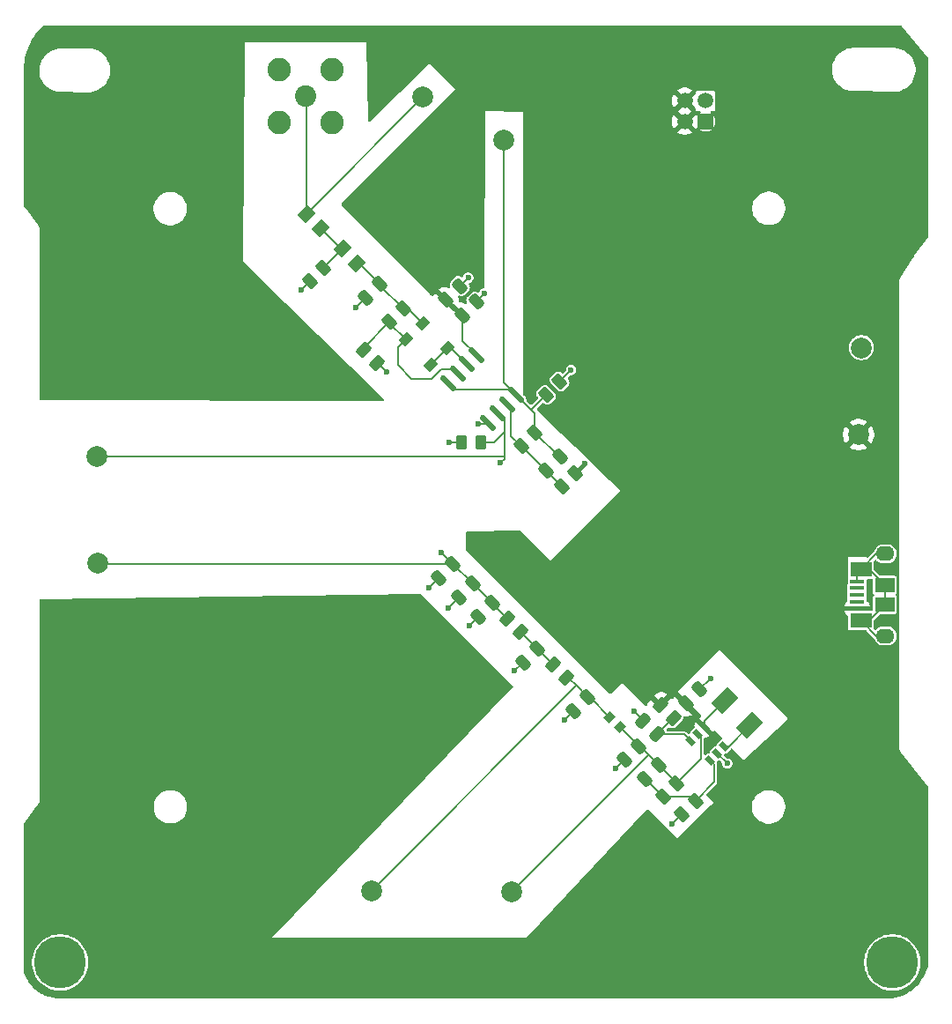
<source format=gbr>
%TF.GenerationSoftware,KiCad,Pcbnew,9.0.0*%
%TF.CreationDate,2025-06-12T12:31:42-07:00*%
%TF.ProjectId,PROVES_Cosmic_Watch,50524f56-4553-45f4-936f-736d69635f57,rev?*%
%TF.SameCoordinates,Original*%
%TF.FileFunction,Copper,L4,Bot*%
%TF.FilePolarity,Positive*%
%FSLAX46Y46*%
G04 Gerber Fmt 4.6, Leading zero omitted, Abs format (unit mm)*
G04 Created by KiCad (PCBNEW 9.0.0) date 2025-06-12 12:31:42*
%MOMM*%
%LPD*%
G01*
G04 APERTURE LIST*
G04 Aperture macros list*
%AMRoundRect*
0 Rectangle with rounded corners*
0 $1 Rounding radius*
0 $2 $3 $4 $5 $6 $7 $8 $9 X,Y pos of 4 corners*
0 Add a 4 corners polygon primitive as box body*
4,1,4,$2,$3,$4,$5,$6,$7,$8,$9,$2,$3,0*
0 Add four circle primitives for the rounded corners*
1,1,$1+$1,$2,$3*
1,1,$1+$1,$4,$5*
1,1,$1+$1,$6,$7*
1,1,$1+$1,$8,$9*
0 Add four rect primitives between the rounded corners*
20,1,$1+$1,$2,$3,$4,$5,0*
20,1,$1+$1,$4,$5,$6,$7,0*
20,1,$1+$1,$6,$7,$8,$9,0*
20,1,$1+$1,$8,$9,$2,$3,0*%
%AMHorizOval*
0 Thick line with rounded ends*
0 $1 width*
0 $2 $3 position (X,Y) of the first rounded end (center of the circle)*
0 $4 $5 position (X,Y) of the second rounded end (center of the circle)*
0 Add line between two ends*
20,1,$1,$2,$3,$4,$5,0*
0 Add two circle primitives to create the rounded ends*
1,1,$1,$2,$3*
1,1,$1,$4,$5*%
%AMRotRect*
0 Rectangle, with rotation*
0 The origin of the aperture is its center*
0 $1 length*
0 $2 width*
0 $3 Rotation angle, in degrees counterclockwise*
0 Add horizontal line*
21,1,$1,$2,0,0,$3*%
G04 Aperture macros list end*
%TA.AperFunction,ComponentPad*%
%ADD10C,2.000000*%
%TD*%
%TA.AperFunction,ComponentPad*%
%ADD11C,5.000000*%
%TD*%
%TA.AperFunction,ComponentPad*%
%ADD12R,1.520000X1.520000*%
%TD*%
%TA.AperFunction,ComponentPad*%
%ADD13C,1.520000*%
%TD*%
%TA.AperFunction,ComponentPad*%
%ADD14C,2.050000*%
%TD*%
%TA.AperFunction,ComponentPad*%
%ADD15C,2.250000*%
%TD*%
%TA.AperFunction,SMDPad,CuDef*%
%ADD16RoundRect,0.250000X-0.159099X0.512652X-0.512652X0.159099X0.159099X-0.512652X0.512652X-0.159099X0*%
%TD*%
%TA.AperFunction,SMDPad,CuDef*%
%ADD17HorizOval,0.570000X-0.487904X0.487904X0.487904X-0.487904X0*%
%TD*%
%TA.AperFunction,SMDPad,CuDef*%
%ADD18RotRect,0.950000X1.150000X135.000000*%
%TD*%
%TA.AperFunction,SMDPad,CuDef*%
%ADD19RoundRect,0.250000X0.159099X-0.512652X0.512652X-0.159099X-0.159099X0.512652X-0.512652X0.159099X0*%
%TD*%
%TA.AperFunction,SMDPad,CuDef*%
%ADD20RoundRect,0.250000X0.132583X-0.503814X0.503814X-0.132583X-0.132583X0.503814X-0.503814X0.132583X0*%
%TD*%
%TA.AperFunction,SMDPad,CuDef*%
%ADD21RoundRect,0.250000X0.262500X0.450000X-0.262500X0.450000X-0.262500X-0.450000X0.262500X-0.450000X0*%
%TD*%
%TA.AperFunction,SMDPad,CuDef*%
%ADD22RotRect,0.800000X0.860000X135.000000*%
%TD*%
%TA.AperFunction,SMDPad,CuDef*%
%ADD23RoundRect,0.250000X0.503814X0.132583X0.132583X0.503814X-0.503814X-0.132583X-0.132583X-0.503814X0*%
%TD*%
%TA.AperFunction,SMDPad,CuDef*%
%ADD24RoundRect,0.250000X-0.503814X-0.132583X-0.132583X-0.503814X0.503814X0.132583X0.132583X0.503814X0*%
%TD*%
%TA.AperFunction,SMDPad,CuDef*%
%ADD25RotRect,1.470000X2.220000X315.000000*%
%TD*%
%TA.AperFunction,SMDPad,CuDef*%
%ADD26RoundRect,0.250000X0.512652X0.159099X0.159099X0.512652X-0.512652X-0.159099X-0.159099X-0.512652X0*%
%TD*%
%TA.AperFunction,SMDPad,CuDef*%
%ADD27RoundRect,0.250000X-0.132583X0.503814X-0.503814X0.132583X0.132583X-0.503814X0.503814X-0.132583X0*%
%TD*%
%TA.AperFunction,SMDPad,CuDef*%
%ADD28R,1.380000X0.450000*%
%TD*%
%TA.AperFunction,ComponentPad*%
%ADD29O,1.800000X1.400000*%
%TD*%
%TA.AperFunction,SMDPad,CuDef*%
%ADD30R,1.900000X1.380000*%
%TD*%
%TA.AperFunction,SMDPad,CuDef*%
%ADD31R,2.100000X1.480000*%
%TD*%
%TA.AperFunction,SMDPad,CuDef*%
%ADD32RotRect,0.950000X1.150000X315.000000*%
%TD*%
%TA.AperFunction,SMDPad,CuDef*%
%ADD33RotRect,1.130000X1.380000X135.000000*%
%TD*%
%TA.AperFunction,SMDPad,CuDef*%
%ADD34RotRect,0.876300X0.508000X135.000000*%
%TD*%
%TA.AperFunction,ViaPad*%
%ADD35C,0.600000*%
%TD*%
%TA.AperFunction,Conductor*%
%ADD36C,0.200000*%
%TD*%
%TA.AperFunction,Conductor*%
%ADD37C,0.400000*%
%TD*%
%TA.AperFunction,Conductor*%
%ADD38C,0.156500*%
%TD*%
G04 APERTURE END LIST*
D10*
%TO.P,TP5,1,1*%
%TO.N,Net-(U4-CATHODE)*%
X96925000Y-104375000D03*
%TD*%
D11*
%TO.P,,1*%
%TO.N,Chassis Ground*%
X173330000Y-142780000D03*
%TD*%
%TO.P,,1*%
%TO.N,Chassis Ground*%
X93330000Y-142780000D03*
%TD*%
D10*
%TO.P,TP2,1,1*%
%TO.N,Post Processed Signal*%
X128200000Y-59620000D03*
%TD*%
%TO.P,TP8,1,1*%
%TO.N,V_Out*%
X136775000Y-135950000D03*
%TD*%
D12*
%TO.P,J2,1,Pin_1*%
%TO.N,GND*%
X155380000Y-61990000D03*
D13*
%TO.P,J2,2,Pin_2*%
X155380000Y-59990000D03*
%TO.P,J2,3,Pin_3*%
%TO.N,+5V*%
X153380000Y-61990000D03*
%TO.P,J2,4,Pin_4*%
X153380000Y-59990000D03*
%TD*%
D10*
%TO.P,TP3,1,1*%
%TO.N,GND*%
X170360000Y-83720000D03*
%TD*%
%TO.P,TP7,1,1*%
%TO.N,V_Bias*%
X123250000Y-135875000D03*
%TD*%
%TO.P,TP1,1,1*%
%TO.N,Net-(U3B-+)*%
X136000000Y-63750000D03*
%TD*%
%TO.P,TP6,1,1*%
%TO.N,+5V*%
X170090000Y-92060000D03*
%TD*%
D14*
%TO.P,J3,1,In*%
%TO.N,Post Processed Signal*%
X116900000Y-59550000D03*
D15*
%TO.P,J3,2,Ext*%
%TO.N,GND*%
X119440000Y-62090000D03*
X119440000Y-57010000D03*
X114360000Y-62090000D03*
X114360000Y-57010000D03*
%TD*%
D10*
%TO.P,TP4,1,1*%
%TO.N,SiPM Signal*%
X96825000Y-94150000D03*
%TD*%
D16*
%TO.P,C6,1*%
%TO.N,V_Out*%
X150851516Y-123788014D03*
%TO.P,C6,2*%
%TO.N,FB*%
X149508014Y-125131516D03*
%TD*%
D17*
%TO.P,U3,1*%
%TO.N,Net-(U3B-+)*%
X137181833Y-88240685D03*
%TO.P,U3,2,-*%
%TO.N,Net-(U3A--)*%
X136276737Y-89145782D03*
%TO.P,U3,3,+*%
%TO.N,SiPM Signal*%
X135385782Y-90036737D03*
%TO.P,U3,4,V-*%
%TO.N,GND*%
X134487756Y-90934762D03*
%TO.P,U3,5,+*%
%TO.N,Net-(U3B-+)*%
X130655238Y-87102244D03*
%TO.P,U3,6,-*%
%TO.N,Net-(D1-A)*%
X131553263Y-86204218D03*
%TO.P,U3,7*%
%TO.N,Net-(D1-K)*%
X132444218Y-85313263D03*
%TO.P,U3,8,V+*%
%TO.N,+5V*%
X133349315Y-84408167D03*
%TD*%
D16*
%TO.P,C11,1*%
%TO.N,Net-(U4-CATHODE)*%
X134865000Y-108245000D03*
%TO.P,C11,2*%
%TO.N,GND*%
X133521498Y-109588502D03*
%TD*%
D18*
%TO.P,D1,1,K*%
%TO.N,Net-(D1-K)*%
X128970010Y-85320010D03*
%TO.P,D1,2,A*%
%TO.N,Net-(D1-A)*%
X126579990Y-82929990D03*
%TD*%
D19*
%TO.P,C2,1*%
%TO.N,GND*%
X122707024Y-78950526D03*
%TO.P,C2,2*%
%TO.N,Net-(D2-K)*%
X124050526Y-77607024D03*
%TD*%
D20*
%TO.P,R7,1*%
%TO.N,GND*%
X117339530Y-77310470D03*
%TO.P,R7,2*%
%TO.N,Net-(C3-Pad2)*%
X118630000Y-76020000D03*
%TD*%
D21*
%TO.P,R14,1*%
%TO.N,SiPM Signal*%
X133740000Y-92775000D03*
%TO.P,R14,2*%
%TO.N,GND*%
X131915000Y-92775000D03*
%TD*%
D22*
%TO.P,L2,1,1*%
%TO.N,V_Bias*%
X146168064Y-119191566D03*
%TO.P,L2,2,2*%
%TO.N,V_Out*%
X147158014Y-120181516D03*
%TD*%
D16*
%TO.P,C12,1*%
%TO.N,Net-(U4-CATHODE)*%
X132995000Y-106395000D03*
%TO.P,C12,2*%
%TO.N,GND*%
X131651498Y-107738502D03*
%TD*%
D23*
%TO.P,R4,1*%
%TO.N,GND*%
X123814010Y-85224010D03*
%TO.P,R4,2*%
%TO.N,Net-(D1-A)*%
X122523540Y-83933540D03*
%TD*%
D24*
%TO.P,R13,1*%
%TO.N,Net-(U4-CATHODE)*%
X136288014Y-109731516D03*
%TO.P,R13,2*%
%TO.N,Net-(C10-Pad1)*%
X137578484Y-111021986D03*
%TD*%
D25*
%TO.P,L1,1*%
%TO.N,Net-(U2-SW)*%
X159600310Y-120030307D03*
%TO.P,L1,2*%
%TO.N,+5V*%
X157196146Y-117626143D03*
%TD*%
D16*
%TO.P,C13,1*%
%TO.N,Net-(U4-CATHODE)*%
X131075000Y-104475000D03*
%TO.P,C13,2*%
%TO.N,GND*%
X129731498Y-105818502D03*
%TD*%
D26*
%TO.P,C16,1*%
%TO.N,Net-(U2-\u002ASHDN)*%
X150704765Y-120878267D03*
%TO.P,C16,2*%
%TO.N,GND*%
X149361263Y-119534765D03*
%TD*%
D27*
%TO.P,R3,1*%
%TO.N,GND*%
X141344010Y-86953540D03*
%TO.P,R3,2*%
%TO.N,Net-(U3B-+)*%
X140053540Y-88244010D03*
%TD*%
D20*
%TO.P,R1,1*%
%TO.N,Net-(U3A--)*%
X141584765Y-97075235D03*
%TO.P,R1,2*%
%TO.N,GND*%
X142875235Y-95784765D03*
%TD*%
D19*
%TO.P,C7,1*%
%TO.N,+5V*%
X130416498Y-79133502D03*
%TO.P,C7,2*%
%TO.N,GND*%
X131760000Y-77790000D03*
%TD*%
D27*
%TO.P,R11,1*%
%TO.N,FB*%
X154408014Y-127231516D03*
%TO.P,R11,2*%
%TO.N,GND*%
X153117544Y-128521986D03*
%TD*%
D16*
%TO.P,C9,1*%
%TO.N,V_Out*%
X148954765Y-121984765D03*
%TO.P,C9,2*%
%TO.N,GND*%
X147611263Y-123328267D03*
%TD*%
D28*
%TO.P,J1,1,VBUS*%
%TO.N,+5V*%
X169970000Y-108760000D03*
%TO.P,J1,2,D-*%
%TO.N,unconnected-(J1-D--Pad2)*%
X169970000Y-108110000D03*
%TO.P,J1,3,D+*%
%TO.N,unconnected-(J1-D+-Pad3)*%
X169970000Y-107460000D03*
%TO.P,J1,4,ID*%
%TO.N,unconnected-(J1-ID-Pad4)*%
X169970000Y-106810000D03*
%TO.P,J1,5,GND*%
%TO.N,GND*%
X169970000Y-106160000D03*
D29*
%TO.P,J1,6,Shield*%
X172670000Y-111410000D03*
X172670000Y-103510000D03*
D30*
X172620000Y-108400000D03*
X172620000Y-106520000D03*
D31*
X170320000Y-109920000D03*
X170320000Y-105000000D03*
%TD*%
D16*
%TO.P,C8,1*%
%TO.N,V_Bias*%
X144029765Y-117259765D03*
%TO.P,C8,2*%
%TO.N,GND*%
X142686263Y-118603267D03*
%TD*%
D32*
%TO.P,D2,1,K*%
%TO.N,Net-(D2-K)*%
X128173765Y-81353765D03*
%TO.P,D2,2,A*%
%TO.N,Net-(D1-K)*%
X130563785Y-83743785D03*
%TD*%
D19*
%TO.P,C5,1*%
%TO.N,+5V*%
X153464512Y-117875018D03*
%TO.P,C5,2*%
%TO.N,GND*%
X154808014Y-116531516D03*
%TD*%
D20*
%TO.P,R2,1*%
%TO.N,Net-(U3A--)*%
X137658305Y-93139245D03*
%TO.P,R2,2*%
%TO.N,Net-(U3B-+)*%
X138948775Y-91848775D03*
%TD*%
D16*
%TO.P,C10,1*%
%TO.N,Net-(C10-Pad1)*%
X139173249Y-112606751D03*
%TO.P,C10,2*%
%TO.N,GND*%
X137829747Y-113950253D03*
%TD*%
D33*
%TO.P,R6,1*%
%TO.N,Net-(C3-Pad2)*%
X118395107Y-72259107D03*
%TO.P,R6,2*%
%TO.N,Post Processed Signal*%
X116980893Y-70844893D03*
%TD*%
D34*
%TO.P,U2,1,SW*%
%TO.N,Net-(U2-SW)*%
X157151519Y-122013011D03*
%TO.P,U2,2,GND*%
%TO.N,GND*%
X156479767Y-122684764D03*
%TO.P,U2,3,FB*%
%TO.N,FB*%
X155808014Y-123356516D03*
%TO.P,U2,4,\u002ASHDN*%
%TO.N,Net-(U2-\u002ASHDN)*%
X153949101Y-121497603D03*
%TO.P,U2,5,VOUT*%
%TO.N,V_Out*%
X154620853Y-120825850D03*
%TO.P,U2,6,VIN*%
%TO.N,+5V*%
X155292606Y-120154098D03*
%TD*%
D24*
%TO.P,R12,1*%
%TO.N,Net-(C10-Pad1)*%
X140726263Y-114133267D03*
%TO.P,R12,2*%
%TO.N,V_Bias*%
X142016733Y-115423737D03*
%TD*%
D33*
%TO.P,C3,1*%
%TO.N,Net-(D2-K)*%
X121865882Y-75635882D03*
%TO.P,C3,2*%
%TO.N,Net-(C3-Pad2)*%
X120451668Y-74221668D03*
%TD*%
D27*
%TO.P,R10,1*%
%TO.N,V_Out*%
X152598484Y-125541046D03*
%TO.P,R10,2*%
%TO.N,FB*%
X151308014Y-126831516D03*
%TD*%
D19*
%TO.P,C1,1*%
%TO.N,Net-(U3A--)*%
X140027024Y-95520526D03*
%TO.P,C1,2*%
%TO.N,Net-(U3B-+)*%
X141370526Y-94177024D03*
%TD*%
D23*
%TO.P,R15,1*%
%TO.N,Net-(U2-\u002ASHDN)*%
X152303249Y-119326751D03*
%TO.P,R15,2*%
%TO.N,+5V*%
X151012779Y-118036281D03*
%TD*%
D19*
%TO.P,C4,1*%
%TO.N,+5V*%
X131994747Y-80630253D03*
%TO.P,C4,2*%
%TO.N,GND*%
X133338249Y-79286751D03*
%TD*%
D20*
%TO.P,R5,1*%
%TO.N,Net-(D1-A)*%
X125003540Y-81234010D03*
%TO.P,R5,2*%
%TO.N,Net-(D2-K)*%
X126294010Y-79943540D03*
%TD*%
D35*
%TO.N,GND*%
X130665000Y-108725000D03*
X121758775Y-79888775D03*
X148512779Y-118636281D03*
X132650000Y-110460000D03*
X143800000Y-94860000D03*
X128780000Y-106760000D03*
X157470000Y-123670000D03*
X142448775Y-85848775D03*
X134130000Y-78490000D03*
X116470000Y-78180000D03*
X141833014Y-119456516D03*
X124688775Y-86038775D03*
X155860000Y-115480000D03*
X152150000Y-129480000D03*
X146759765Y-124179765D03*
X132560000Y-76990000D03*
X130715000Y-92800000D03*
X133540000Y-91075000D03*
X137010000Y-114770000D03*
%TO.N,Net-(U4-CATHODE)*%
X129965000Y-103365000D03*
%TO.N,SiPM Signal*%
X135681658Y-94746658D03*
%TD*%
D36*
%TO.N,Net-(U3A--)*%
X136698775Y-92179715D02*
X136698775Y-89567820D01*
X140030056Y-95520526D02*
X140027024Y-95520526D01*
X137658305Y-93139245D02*
X136698775Y-92179715D01*
X141584765Y-97075235D02*
X140030056Y-95520526D01*
X137658305Y-93151807D02*
X137658305Y-93139245D01*
X136698775Y-89567820D02*
X136276737Y-89145782D01*
X140027024Y-95520526D02*
X137658305Y-93151807D01*
%TO.N,Net-(U3B-+)*%
X131252994Y-87700000D02*
X130655238Y-87102244D01*
X135990000Y-63760000D02*
X136000000Y-63750000D01*
X137181833Y-88240685D02*
X136641148Y-87700000D01*
X138948775Y-90007627D02*
X138948775Y-91848775D01*
X140053540Y-88244010D02*
X138628074Y-89669476D01*
X141277024Y-94177024D02*
X141370526Y-94177024D01*
X137181833Y-88240685D02*
X135990000Y-87048852D01*
X136641148Y-87700000D02*
X131252994Y-87700000D01*
X138628074Y-89686926D02*
X138948775Y-90007627D01*
X137181833Y-88240685D02*
X138628074Y-89686926D01*
X138948775Y-91848775D02*
X141277024Y-94177024D01*
X138628074Y-89669476D02*
X138628074Y-89686926D01*
X135990000Y-87048852D02*
X135990000Y-63760000D01*
%TO.N,Net-(D2-K)*%
X126294010Y-79943540D02*
X124050526Y-77700056D01*
X124050526Y-77607024D02*
X122079384Y-75635882D01*
X128173765Y-81353765D02*
X126763540Y-79943540D01*
X126763540Y-79943540D02*
X126294010Y-79943540D01*
X124050526Y-77700056D02*
X124050526Y-77607024D01*
%TO.N,GND*%
X171810000Y-111410000D02*
X170320000Y-109920000D01*
X122707024Y-78950526D02*
X122697024Y-78950526D01*
X129731498Y-105818502D02*
X129721498Y-105818502D01*
X156484764Y-122684764D02*
X157470000Y-123670000D01*
X131651498Y-107738502D02*
X130665000Y-108725000D01*
X133521498Y-109588502D02*
X133511498Y-109588502D01*
X137829747Y-113950253D02*
X137010000Y-114770000D01*
X154808014Y-116531516D02*
X154814512Y-116531516D01*
X154808014Y-116531516D02*
X154808484Y-116531516D01*
X156479767Y-122684764D02*
X156486262Y-122684764D01*
X129721498Y-105818502D02*
X128780000Y-106760000D01*
X169970000Y-106160000D02*
X169970000Y-105350000D01*
X148512779Y-118636281D02*
X149361263Y-119484765D01*
X133521498Y-109588502D02*
X132650000Y-110460000D01*
X172620000Y-108400000D02*
X171100000Y-109920000D01*
X133338249Y-79281751D02*
X134130000Y-78490000D01*
X149361263Y-119484765D02*
X149361263Y-119534765D01*
X172670000Y-103510000D02*
X171810000Y-103510000D01*
X131890000Y-92800000D02*
X131915000Y-92775000D01*
X171810000Y-103510000D02*
X170320000Y-105000000D01*
X169970000Y-105350000D02*
X170320000Y-105000000D01*
X172670000Y-111410000D02*
X171810000Y-111410000D01*
X147611263Y-123328267D02*
X146759765Y-124179765D01*
X171100000Y-109920000D02*
X170320000Y-109920000D01*
X134347518Y-91075000D02*
X134487756Y-90934762D01*
X123814010Y-85224010D02*
X123874010Y-85224010D01*
X154808484Y-116531516D02*
X155860000Y-115480000D01*
X130715000Y-92800000D02*
X131890000Y-92800000D01*
X123874010Y-85224010D02*
X124688775Y-86038775D01*
X133338249Y-79286751D02*
X133338249Y-79281751D01*
X172620000Y-106520000D02*
X172620000Y-108400000D01*
D37*
X142875235Y-95784765D02*
X143800000Y-94860000D01*
D36*
X132028249Y-77778249D02*
X131946751Y-77778249D01*
X156479767Y-122684764D02*
X156484764Y-122684764D01*
X153108014Y-128521986D02*
X152150000Y-129480000D01*
X172620000Y-106520000D02*
X171100000Y-105000000D01*
X117339530Y-77310470D02*
X116470000Y-78180000D01*
X171100000Y-105000000D02*
X170320000Y-105000000D01*
X122697024Y-78950526D02*
X121758775Y-79888775D01*
X141344010Y-86953540D02*
X142448775Y-85848775D01*
X142686263Y-118603267D02*
X141833014Y-119456516D01*
X133540000Y-91075000D02*
X134347518Y-91075000D01*
X131760000Y-77790000D02*
X132560000Y-76990000D01*
X130665000Y-108725000D02*
X130660000Y-108730000D01*
X146759765Y-124179765D02*
X146758014Y-124181516D01*
X153117544Y-128521986D02*
X153108014Y-128521986D01*
%TO.N,Net-(C3-Pad2)*%
X118395107Y-72259107D02*
X120357668Y-74221668D01*
X120357668Y-74221668D02*
X120451668Y-74221668D01*
X120451668Y-74221668D02*
X118653336Y-76020000D01*
X118653336Y-76020000D02*
X118630000Y-76020000D01*
%TO.N,+5V*%
X155292606Y-119529683D02*
X155292606Y-120154098D01*
X133349315Y-84384315D02*
X133349315Y-84408167D01*
X151012779Y-118036281D02*
X150183014Y-117206516D01*
X132015000Y-80650506D02*
X131994747Y-80630253D01*
X157196146Y-117626143D02*
X155292606Y-119529683D01*
X130603249Y-79121751D02*
X130603249Y-79126751D01*
X153464512Y-118326004D02*
X153464512Y-117875018D01*
X155292603Y-120154098D02*
X155292606Y-120154098D01*
X131994747Y-80630253D02*
X130497996Y-79133502D01*
X130603249Y-79121751D02*
X130598249Y-79121751D01*
X130684747Y-79121751D02*
X130603249Y-79121751D01*
X155292606Y-120154098D02*
X153464512Y-118326004D01*
X132015000Y-83050000D02*
X133349315Y-84384315D01*
X132015000Y-83050000D02*
X132015000Y-80650506D01*
X130497996Y-79133502D02*
X130416498Y-79133502D01*
%TO.N,V_Out*%
X154930672Y-123208858D02*
X152598484Y-125541046D01*
X149944251Y-122880749D02*
X149048267Y-121984765D01*
X136775000Y-135950000D02*
X149844251Y-122880749D01*
X149844251Y-122880749D02*
X149944251Y-122880749D01*
X150851516Y-123788014D02*
X149944251Y-122880749D01*
X149048267Y-121984765D02*
X148954765Y-121984765D01*
X154620853Y-120825850D02*
X154930672Y-121135669D01*
X148954765Y-121984765D02*
X148954765Y-121978267D01*
X150851516Y-123788014D02*
X152598484Y-125534982D01*
X148954765Y-121978267D02*
X147974101Y-120997603D01*
X147974101Y-120997603D02*
X147158014Y-120181516D01*
X154930672Y-121135669D02*
X154930672Y-123208858D01*
%TO.N,FB*%
X155808014Y-123356516D02*
X156208014Y-123756516D01*
X156208014Y-123756516D02*
X156208014Y-125431516D01*
X151308014Y-126831516D02*
X149608014Y-125131516D01*
X156208014Y-125431516D02*
X154408014Y-127231516D01*
X151308014Y-126831516D02*
X154008014Y-126831516D01*
%TO.N,V_Bias*%
X142193737Y-115423737D02*
X142016733Y-115423737D01*
X142972500Y-116202500D02*
X142193737Y-115423737D01*
X144236263Y-117259765D02*
X144029765Y-117259765D01*
X144029765Y-117259765D02*
X144029765Y-117253267D01*
X144029765Y-117259765D02*
X142972500Y-116202500D01*
X123250000Y-135875000D02*
X142922500Y-116202500D01*
X146168064Y-119191566D02*
X144236263Y-117259765D01*
X142922500Y-116202500D02*
X142972500Y-116202500D01*
%TO.N,Net-(C10-Pad1)*%
X139173249Y-112606751D02*
X137588484Y-111021986D01*
X139199747Y-112606751D02*
X139173249Y-112606751D01*
X137588484Y-111021986D02*
X137578484Y-111021986D01*
X140726263Y-114133267D02*
X139199747Y-112606751D01*
%TO.N,Net-(U4-CATHODE)*%
X131075000Y-104475000D02*
X131075000Y-104473502D01*
X132995000Y-106395000D02*
X131075000Y-104475000D01*
X134865000Y-108245000D02*
X133015000Y-106395000D01*
X116750000Y-104475000D02*
X97025000Y-104475000D01*
X131075000Y-104475000D02*
X116750000Y-104475000D01*
X134865000Y-108308502D02*
X134865000Y-108245000D01*
X131075000Y-104475000D02*
X129965000Y-103365000D01*
X97025000Y-104475000D02*
X96925000Y-104375000D01*
X136288014Y-109731516D02*
X134865000Y-108308502D01*
X133015000Y-106395000D02*
X132995000Y-106395000D01*
%TO.N,Net-(U2-\u002ASHDN)*%
X152256281Y-119326751D02*
X152303249Y-119326751D01*
X153949101Y-121497603D02*
X153329765Y-120878267D01*
X150704765Y-120878267D02*
X151504765Y-120078267D01*
X153329765Y-120878267D02*
X150704765Y-120878267D01*
X151504765Y-120078267D02*
X152256281Y-119326751D01*
%TO.N,Net-(D1-A)*%
X127100000Y-86700000D02*
X125800000Y-85400000D01*
X131124045Y-85775000D02*
X129940000Y-85775000D01*
X125003540Y-81353540D02*
X125003540Y-81234010D01*
X125800000Y-83709980D02*
X126579990Y-82929990D01*
X122523540Y-83714010D02*
X122523540Y-83933540D01*
X131553263Y-86204218D02*
X131124045Y-85775000D01*
X129940000Y-85775000D02*
X129015000Y-86700000D01*
X129015000Y-86700000D02*
X127100000Y-86700000D01*
X126579990Y-82929990D02*
X125003540Y-81353540D01*
X125003540Y-81234010D02*
X122523540Y-83714010D01*
X125800000Y-85400000D02*
X125800000Y-83709980D01*
%TO.N,Net-(D1-K)*%
X130858785Y-83743785D02*
X132428263Y-85313263D01*
X130563785Y-83743785D02*
X130858785Y-83743785D01*
X128970010Y-85320010D02*
X130546235Y-83743785D01*
X130563785Y-83743785D02*
X130563785Y-83773785D01*
X132428263Y-85313263D02*
X132444218Y-85313263D01*
X130546235Y-83743785D02*
X130563785Y-83743785D01*
%TO.N,Post Processed Signal*%
X116980893Y-70844893D02*
X128200000Y-59625786D01*
X116980893Y-59630893D02*
X116900000Y-59550000D01*
D38*
X116980893Y-70844893D02*
X116980893Y-59630893D01*
D36*
X128200000Y-59625786D02*
X128200000Y-59620000D01*
%TO.N,SiPM Signal*%
X136028775Y-94100000D02*
X135978775Y-94150000D01*
X135053775Y-92775000D02*
X136028775Y-91800000D01*
X136028775Y-94100000D02*
X136028775Y-94399541D01*
X135385782Y-90036737D02*
X136028775Y-90679730D01*
X133740000Y-92775000D02*
X135053775Y-92775000D01*
X136028775Y-90679730D02*
X136028775Y-91800000D01*
X135978775Y-94150000D02*
X96825000Y-94150000D01*
X136028775Y-91598775D02*
X136028775Y-91800000D01*
X136028775Y-94399541D02*
X135681658Y-94746658D01*
X136028775Y-91800000D02*
X136028775Y-94100000D01*
%TO.N,Net-(U2-SW)*%
X157617606Y-122013011D02*
X157151519Y-122013011D01*
X159600310Y-120030307D02*
X157617606Y-122013011D01*
%TD*%
%TA.AperFunction,Conductor*%
%TO.N,+5V*%
G36*
X154383181Y-60639627D02*
G01*
X154416666Y-60700950D01*
X154419500Y-60727308D01*
X154419500Y-60769752D01*
X154431131Y-60828229D01*
X154431132Y-60828230D01*
X154475447Y-60894552D01*
X154541769Y-60938867D01*
X154541770Y-60938868D01*
X154600247Y-60950499D01*
X154600250Y-60950500D01*
X154798094Y-60950500D01*
X154865133Y-60970185D01*
X154910888Y-61022989D01*
X154920832Y-61092147D01*
X154891807Y-61155703D01*
X154866985Y-61177602D01*
X154767717Y-61243930D01*
X154654069Y-61357578D01*
X154592746Y-61391062D01*
X154523054Y-61386078D01*
X154467121Y-61344206D01*
X154460502Y-61333578D01*
X154460193Y-61333768D01*
X154457648Y-61329616D01*
X154430838Y-61292715D01*
X154430837Y-61292714D01*
X153822147Y-61901404D01*
X153799344Y-61816302D01*
X153740099Y-61713686D01*
X153656314Y-61629901D01*
X153553698Y-61570656D01*
X153468594Y-61547852D01*
X154026446Y-60990001D01*
X154026446Y-60989999D01*
X153468595Y-60432147D01*
X153553698Y-60409344D01*
X153656314Y-60350099D01*
X153740099Y-60266314D01*
X153799344Y-60163698D01*
X153822147Y-60078594D01*
X154383181Y-60639627D01*
G37*
%TD.AperFunction*%
%TA.AperFunction,Conductor*%
G36*
X174210713Y-52785030D02*
G01*
X174239083Y-52810142D01*
X176800320Y-55895517D01*
X176800910Y-55896227D01*
X176828584Y-55960383D01*
X176829500Y-55975429D01*
X176829500Y-72990699D01*
X176809815Y-73057738D01*
X176805668Y-73063790D01*
X175464074Y-74902378D01*
X175456448Y-74912827D01*
X175446269Y-74921987D01*
X175417744Y-74965869D01*
X175415765Y-74968582D01*
X175415756Y-74968596D01*
X175386852Y-75008208D01*
X175386847Y-75008218D01*
X175386565Y-75008949D01*
X175374868Y-75031831D01*
X174146057Y-76922311D01*
X174138968Y-76933216D01*
X174129500Y-76942686D01*
X174103158Y-76988309D01*
X174101364Y-76991071D01*
X174074449Y-77032479D01*
X174074328Y-77032852D01*
X174063809Y-77056464D01*
X174063609Y-77056809D01*
X174063606Y-77056816D01*
X174050820Y-77104534D01*
X174048962Y-77110804D01*
X174033673Y-77157794D01*
X174033671Y-77157802D01*
X174033651Y-77158194D01*
X174032965Y-77171174D01*
X174029500Y-77184108D01*
X174029500Y-77236781D01*
X174029327Y-77240057D01*
X174029327Y-77240060D01*
X174026721Y-77289391D01*
X174026721Y-77289398D01*
X174026801Y-77289773D01*
X174029500Y-77315505D01*
X174029500Y-122222282D01*
X174025285Y-122260218D01*
X174029500Y-122287893D01*
X174029500Y-122315897D01*
X174035769Y-122339290D01*
X174039379Y-122352764D01*
X174045127Y-122390500D01*
X174056359Y-122416138D01*
X174058790Y-122425208D01*
X174063606Y-122443180D01*
X174063608Y-122443186D01*
X174079260Y-122470296D01*
X174085448Y-122482530D01*
X174098013Y-122511208D01*
X174109636Y-122525736D01*
X174115500Y-122533066D01*
X174129500Y-122557314D01*
X174156493Y-122584307D01*
X174160781Y-122589667D01*
X176802328Y-125891600D01*
X176828836Y-125956246D01*
X176829500Y-125969062D01*
X176829500Y-142696757D01*
X176827502Y-142718924D01*
X176765702Y-143059053D01*
X176763111Y-143070309D01*
X176661802Y-143432262D01*
X176658174Y-143443228D01*
X176523630Y-143794172D01*
X176518998Y-143804751D01*
X176352376Y-144141674D01*
X176346779Y-144151778D01*
X176149542Y-144471718D01*
X176143030Y-144481257D01*
X175916872Y-144781469D01*
X175909500Y-144790360D01*
X175656392Y-145068224D01*
X175648224Y-145076392D01*
X175370360Y-145329500D01*
X175361469Y-145336872D01*
X175061257Y-145563030D01*
X175051718Y-145569542D01*
X174731778Y-145766779D01*
X174721674Y-145772376D01*
X174384751Y-145938998D01*
X174374172Y-145943630D01*
X174023228Y-146078174D01*
X174012262Y-146081802D01*
X173650309Y-146183111D01*
X173639053Y-146185702D01*
X173298925Y-146247502D01*
X173276758Y-146249500D01*
X93392120Y-146249500D01*
X93388463Y-146248578D01*
X93326287Y-146249500D01*
X93323250Y-146249500D01*
X93318810Y-146249420D01*
X92966075Y-146236782D01*
X92953569Y-146235699D01*
X92606393Y-146187804D01*
X92594060Y-146185461D01*
X92253516Y-146102711D01*
X92241483Y-146099133D01*
X91911050Y-145982376D01*
X91899441Y-145977600D01*
X91582503Y-145828030D01*
X91571436Y-145822104D01*
X91271257Y-145641262D01*
X91260845Y-145634248D01*
X90980478Y-145423974D01*
X90970830Y-145415944D01*
X90713161Y-145178402D01*
X90704373Y-145169436D01*
X90472043Y-144907059D01*
X90464208Y-144897252D01*
X90387337Y-144790360D01*
X90259593Y-144612726D01*
X90252793Y-144602181D01*
X90241354Y-144582303D01*
X90077999Y-144298430D01*
X90072298Y-144287250D01*
X90011655Y-144151778D01*
X89929103Y-143967363D01*
X89924567Y-143955674D01*
X89920948Y-143944740D01*
X89836780Y-143690422D01*
X89830500Y-143651462D01*
X89830500Y-142628336D01*
X90629500Y-142628336D01*
X90629500Y-142931663D01*
X90663457Y-143233048D01*
X90663460Y-143233062D01*
X90730953Y-143528771D01*
X90730957Y-143528783D01*
X90831133Y-143815068D01*
X90962733Y-144088338D01*
X90962735Y-144088341D01*
X91124108Y-144345164D01*
X91313221Y-144582304D01*
X91527696Y-144796779D01*
X91764836Y-144985892D01*
X92021659Y-145147265D01*
X92294935Y-145278868D01*
X92509951Y-145354105D01*
X92581216Y-145379042D01*
X92581228Y-145379046D01*
X92876937Y-145446540D01*
X92876946Y-145446541D01*
X92876951Y-145446542D01*
X93077874Y-145469180D01*
X93178337Y-145480499D01*
X93178340Y-145480500D01*
X93178343Y-145480500D01*
X93481660Y-145480500D01*
X93481661Y-145480499D01*
X93635694Y-145463144D01*
X93783048Y-145446542D01*
X93783051Y-145446541D01*
X93783063Y-145446540D01*
X94078772Y-145379046D01*
X94365065Y-145278868D01*
X94638341Y-145147265D01*
X94895164Y-144985892D01*
X95132304Y-144796779D01*
X95346779Y-144582304D01*
X95535892Y-144345164D01*
X95697265Y-144088341D01*
X95828868Y-143815065D01*
X95929046Y-143528772D01*
X95996540Y-143233063D01*
X96030500Y-142931657D01*
X96030500Y-142628343D01*
X96030499Y-142628336D01*
X170629500Y-142628336D01*
X170629500Y-142931663D01*
X170663457Y-143233048D01*
X170663460Y-143233062D01*
X170730953Y-143528771D01*
X170730957Y-143528783D01*
X170831133Y-143815068D01*
X170962733Y-144088338D01*
X170962735Y-144088341D01*
X171124108Y-144345164D01*
X171313221Y-144582304D01*
X171527696Y-144796779D01*
X171764836Y-144985892D01*
X172021659Y-145147265D01*
X172294935Y-145278868D01*
X172509951Y-145354105D01*
X172581216Y-145379042D01*
X172581228Y-145379046D01*
X172876937Y-145446540D01*
X172876946Y-145446541D01*
X172876951Y-145446542D01*
X173077874Y-145469180D01*
X173178337Y-145480499D01*
X173178340Y-145480500D01*
X173178343Y-145480500D01*
X173481660Y-145480500D01*
X173481661Y-145480499D01*
X173635694Y-145463144D01*
X173783048Y-145446542D01*
X173783051Y-145446541D01*
X173783063Y-145446540D01*
X174078772Y-145379046D01*
X174365065Y-145278868D01*
X174638341Y-145147265D01*
X174895164Y-144985892D01*
X175132304Y-144796779D01*
X175346779Y-144582304D01*
X175535892Y-144345164D01*
X175697265Y-144088341D01*
X175828868Y-143815065D01*
X175929046Y-143528772D01*
X175996540Y-143233063D01*
X176030500Y-142931657D01*
X176030500Y-142628343D01*
X175996540Y-142326937D01*
X175929046Y-142031228D01*
X175828868Y-141744935D01*
X175697265Y-141471659D01*
X175535892Y-141214836D01*
X175346779Y-140977696D01*
X175132304Y-140763221D01*
X174895164Y-140574108D01*
X174638341Y-140412735D01*
X174638338Y-140412733D01*
X174365068Y-140281133D01*
X174078783Y-140180957D01*
X174078771Y-140180953D01*
X173850556Y-140128864D01*
X173783063Y-140113460D01*
X173783060Y-140113459D01*
X173783048Y-140113457D01*
X173481663Y-140079500D01*
X173481657Y-140079500D01*
X173178343Y-140079500D01*
X173178336Y-140079500D01*
X172876951Y-140113457D01*
X172876937Y-140113460D01*
X172581228Y-140180953D01*
X172581216Y-140180957D01*
X172294931Y-140281133D01*
X172021661Y-140412733D01*
X171764837Y-140574107D01*
X171527696Y-140763220D01*
X171313220Y-140977696D01*
X171124107Y-141214837D01*
X170962733Y-141471661D01*
X170831133Y-141744931D01*
X170730957Y-142031216D01*
X170730953Y-142031228D01*
X170663460Y-142326937D01*
X170663457Y-142326951D01*
X170629500Y-142628336D01*
X96030499Y-142628336D01*
X95996540Y-142326937D01*
X95929046Y-142031228D01*
X95828868Y-141744935D01*
X95697265Y-141471659D01*
X95535892Y-141214836D01*
X95346779Y-140977696D01*
X95132304Y-140763221D01*
X94895164Y-140574108D01*
X94638341Y-140412735D01*
X94638338Y-140412733D01*
X94365068Y-140281133D01*
X94078783Y-140180957D01*
X94078771Y-140180953D01*
X93850556Y-140128864D01*
X93783063Y-140113460D01*
X93783060Y-140113459D01*
X93783048Y-140113457D01*
X93481663Y-140079500D01*
X93481657Y-140079500D01*
X93178343Y-140079500D01*
X93178336Y-140079500D01*
X92876951Y-140113457D01*
X92876937Y-140113460D01*
X92581228Y-140180953D01*
X92581216Y-140180957D01*
X92294931Y-140281133D01*
X92021661Y-140412733D01*
X91764837Y-140574107D01*
X91527696Y-140763220D01*
X91313220Y-140977696D01*
X91124107Y-141214837D01*
X90962733Y-141471661D01*
X90831133Y-141744931D01*
X90730957Y-142031216D01*
X90730953Y-142031228D01*
X90663460Y-142326937D01*
X90663457Y-142326951D01*
X90629500Y-142628336D01*
X89830500Y-142628336D01*
X89830500Y-129458166D01*
X89850185Y-129391127D01*
X89855300Y-129383766D01*
X89993974Y-129198867D01*
X91115095Y-127704038D01*
X102329500Y-127704038D01*
X102329500Y-127955961D01*
X102368910Y-128204785D01*
X102446760Y-128444383D01*
X102561132Y-128668848D01*
X102709201Y-128872649D01*
X102709205Y-128872654D01*
X102887345Y-129050794D01*
X102887350Y-129050798D01*
X103030522Y-129154818D01*
X103091155Y-129198870D01*
X103202398Y-129255551D01*
X103315616Y-129313239D01*
X103315618Y-129313239D01*
X103315621Y-129313241D01*
X103555215Y-129391090D01*
X103804038Y-129430500D01*
X103804039Y-129430500D01*
X104055961Y-129430500D01*
X104055962Y-129430500D01*
X104304785Y-129391090D01*
X104544379Y-129313241D01*
X104768845Y-129198870D01*
X104972656Y-129050793D01*
X105150793Y-128872656D01*
X105298870Y-128668845D01*
X105413241Y-128444379D01*
X105491090Y-128204785D01*
X105530500Y-127955962D01*
X105530500Y-127704038D01*
X105491090Y-127455215D01*
X105413241Y-127215621D01*
X105413239Y-127215618D01*
X105413239Y-127215616D01*
X105345752Y-127083166D01*
X105298870Y-126991155D01*
X105158063Y-126797350D01*
X105150798Y-126787350D01*
X105150794Y-126787345D01*
X104972654Y-126609205D01*
X104972649Y-126609201D01*
X104768848Y-126461132D01*
X104768847Y-126461131D01*
X104768845Y-126461130D01*
X104698747Y-126425413D01*
X104544383Y-126346760D01*
X104304785Y-126268910D01*
X104055962Y-126229500D01*
X103804038Y-126229500D01*
X103740901Y-126239500D01*
X103555214Y-126268910D01*
X103315616Y-126346760D01*
X103091151Y-126461132D01*
X102887350Y-126609201D01*
X102887345Y-126609205D01*
X102709205Y-126787345D01*
X102709201Y-126787350D01*
X102561132Y-126991151D01*
X102446760Y-127215616D01*
X102368910Y-127455214D01*
X102329500Y-127704038D01*
X91115095Y-127704038D01*
X91203777Y-127585795D01*
X91215278Y-127572535D01*
X91230500Y-127557314D01*
X91248427Y-127526262D01*
X91269935Y-127497586D01*
X91281228Y-127469449D01*
X91296392Y-127443186D01*
X91305671Y-127408554D01*
X91319025Y-127375286D01*
X91322651Y-127345181D01*
X91330500Y-127315892D01*
X91330500Y-127280040D01*
X91334788Y-127244449D01*
X91330500Y-127214432D01*
X91330500Y-107968412D01*
X91350185Y-107901373D01*
X91402989Y-107855618D01*
X91452862Y-107844423D01*
X127905599Y-107363488D01*
X127972890Y-107382286D01*
X127994585Y-107399467D01*
X129951942Y-109342187D01*
X132942618Y-112310499D01*
X136857733Y-116196336D01*
X136891447Y-116257533D01*
X136886725Y-116327243D01*
X136859600Y-116370462D01*
X113708643Y-140355497D01*
X113708643Y-140355498D01*
X138210000Y-140370000D01*
X149704927Y-128159125D01*
X149765209Y-128123806D01*
X149835020Y-128126684D01*
X149881383Y-128154954D01*
X152641885Y-130822753D01*
X155900737Y-127714038D01*
X159849500Y-127714038D01*
X159849500Y-127965961D01*
X159888910Y-128214785D01*
X159966760Y-128454383D01*
X160045413Y-128608747D01*
X160076036Y-128668848D01*
X160081132Y-128678848D01*
X160229201Y-128882649D01*
X160229205Y-128882654D01*
X160407345Y-129060794D01*
X160407350Y-129060798D01*
X160577073Y-129184108D01*
X160611155Y-129208870D01*
X160702772Y-129255551D01*
X160835616Y-129323239D01*
X160835618Y-129323239D01*
X160835621Y-129323241D01*
X161075215Y-129401090D01*
X161324038Y-129440500D01*
X161324039Y-129440500D01*
X161575961Y-129440500D01*
X161575962Y-129440500D01*
X161824785Y-129401090D01*
X162064379Y-129323241D01*
X162288845Y-129208870D01*
X162492656Y-129060793D01*
X162670793Y-128882656D01*
X162818870Y-128678845D01*
X162933241Y-128454379D01*
X163011090Y-128214785D01*
X163050500Y-127965962D01*
X163050500Y-127714038D01*
X163011090Y-127465215D01*
X162933241Y-127225621D01*
X162933239Y-127225618D01*
X162933239Y-127225616D01*
X162891747Y-127144184D01*
X162818870Y-127001155D01*
X162799952Y-126975117D01*
X162670798Y-126797350D01*
X162670794Y-126797345D01*
X162492654Y-126619205D01*
X162492649Y-126619201D01*
X162288848Y-126471132D01*
X162288847Y-126471131D01*
X162288845Y-126471130D01*
X162218747Y-126435413D01*
X162064383Y-126356760D01*
X161824785Y-126278910D01*
X161761648Y-126268910D01*
X161575962Y-126239500D01*
X161324038Y-126239500D01*
X161199626Y-126259205D01*
X161075214Y-126278910D01*
X160835616Y-126356760D01*
X160611151Y-126471132D01*
X160407350Y-126619201D01*
X160407345Y-126619205D01*
X160229205Y-126797345D01*
X160229201Y-126797350D01*
X160081132Y-127001151D01*
X159966760Y-127225616D01*
X159888910Y-127465214D01*
X159849500Y-127714038D01*
X155900737Y-127714038D01*
X156204523Y-127424248D01*
X156094935Y-127315891D01*
X155506643Y-126734208D01*
X155472813Y-126673075D01*
X155477403Y-126603356D01*
X155506145Y-126558355D01*
X156448474Y-125616027D01*
X156472424Y-125574544D01*
X156488035Y-125547505D01*
X156508514Y-125471078D01*
X156508514Y-123716954D01*
X156488035Y-123640527D01*
X156488034Y-123640525D01*
X156485931Y-123632677D01*
X156489375Y-123631753D01*
X156489096Y-123629170D01*
X156482161Y-123611543D01*
X156483827Y-123580428D01*
X156483624Y-123578543D01*
X156484049Y-123576300D01*
X156486303Y-123564962D01*
X156486305Y-123564961D01*
X156501865Y-123486730D01*
X156501864Y-123486727D01*
X156503637Y-123477816D01*
X156536021Y-123415904D01*
X156596736Y-123381329D01*
X156601067Y-123380387D01*
X156609978Y-123378614D01*
X156609981Y-123378615D01*
X156664807Y-123367710D01*
X156734398Y-123373939D01*
X156776676Y-123401647D01*
X156933181Y-123558152D01*
X156966666Y-123619475D01*
X156969500Y-123645833D01*
X156969500Y-123735891D01*
X157003608Y-123863187D01*
X157036554Y-123920250D01*
X157069500Y-123977314D01*
X157162686Y-124070500D01*
X157276814Y-124136392D01*
X157404108Y-124170500D01*
X157404110Y-124170500D01*
X157535890Y-124170500D01*
X157535892Y-124170500D01*
X157663186Y-124136392D01*
X157777314Y-124070500D01*
X157870500Y-123977314D01*
X157936392Y-123863186D01*
X157970500Y-123735892D01*
X157970500Y-123604108D01*
X157936392Y-123476814D01*
X157870500Y-123362686D01*
X157777314Y-123269500D01*
X157720250Y-123236554D01*
X157663187Y-123203608D01*
X157599539Y-123186554D01*
X157535892Y-123169500D01*
X157445833Y-123169500D01*
X157416392Y-123160855D01*
X157386406Y-123154332D01*
X157381390Y-123150577D01*
X157378794Y-123149815D01*
X157358152Y-123133181D01*
X157198308Y-122973337D01*
X157164823Y-122912014D01*
X157164371Y-122861468D01*
X157173618Y-122814978D01*
X157173617Y-122814975D01*
X157175390Y-122806064D01*
X157207773Y-122744152D01*
X157268488Y-122709576D01*
X157272819Y-122708634D01*
X157281730Y-122706861D01*
X157281733Y-122706862D01*
X157359964Y-122691302D01*
X157409544Y-122658174D01*
X157796682Y-122271036D01*
X157796687Y-122271028D01*
X157800548Y-122266325D01*
X157801598Y-122267187D01*
X157849881Y-122226814D01*
X157919203Y-122218087D01*
X157982239Y-122248224D01*
X157989300Y-122255090D01*
X159019998Y-123339999D01*
X159019999Y-123339999D01*
X159020000Y-123340000D01*
X163310000Y-119420000D01*
X156713302Y-112690002D01*
X156713301Y-112690002D01*
X152751308Y-116741598D01*
X152751242Y-116750722D01*
X152772884Y-116792889D01*
X152775082Y-116816135D01*
X152775082Y-116832035D01*
X153641289Y-117698241D01*
X154017576Y-118074528D01*
X154019781Y-118076789D01*
X154326480Y-118399620D01*
X154933695Y-119038772D01*
X154965598Y-119100932D01*
X154958830Y-119170473D01*
X154915539Y-119225316D01*
X154895316Y-119236968D01*
X154889298Y-119239716D01*
X154889295Y-119239718D01*
X154842660Y-119277299D01*
X154842654Y-119277304D01*
X154806010Y-119313947D01*
X154806010Y-119313948D01*
X155469383Y-119977321D01*
X156132754Y-120640693D01*
X156132755Y-120640693D01*
X156169397Y-120604052D01*
X156195874Y-120571196D01*
X156253266Y-120531347D01*
X156323091Y-120528852D01*
X156382324Y-120563593D01*
X156946801Y-121157759D01*
X156978704Y-121219918D01*
X156971936Y-121289459D01*
X156928645Y-121344302D01*
X156925794Y-121346265D01*
X156893494Y-121367847D01*
X156893488Y-121367852D01*
X156506357Y-121754983D01*
X156473228Y-121804564D01*
X156455895Y-121891712D01*
X156423510Y-121953623D01*
X156362795Y-121988198D01*
X156358467Y-121989140D01*
X156271320Y-122006473D01*
X156221739Y-122039602D01*
X155834605Y-122426736D01*
X155801476Y-122476317D01*
X155784143Y-122563464D01*
X155751758Y-122625376D01*
X155691043Y-122659950D01*
X155686715Y-122660892D01*
X155677800Y-122662665D01*
X155659892Y-122666226D01*
X155599567Y-122678225D01*
X155549986Y-122711354D01*
X155549983Y-122711357D01*
X155442853Y-122818488D01*
X155381530Y-122851973D01*
X155311838Y-122846989D01*
X155255905Y-122805117D01*
X155231488Y-122739653D01*
X155231172Y-122730807D01*
X155231172Y-121264212D01*
X155250857Y-121197173D01*
X155303661Y-121151418D01*
X155372818Y-121141474D01*
X155422820Y-121148662D01*
X155565136Y-121128202D01*
X155695917Y-121068476D01*
X155742558Y-121030891D01*
X155742559Y-121030889D01*
X155779201Y-120994247D01*
X155779201Y-120994246D01*
X155115829Y-120330875D01*
X154452456Y-119667502D01*
X154452455Y-119667502D01*
X154415812Y-119704146D01*
X154415807Y-119704152D01*
X154378227Y-119750786D01*
X154318501Y-119881567D01*
X154298041Y-120023883D01*
X154298041Y-120023885D01*
X154317060Y-120156184D01*
X154307115Y-120225343D01*
X154282003Y-120261510D01*
X153975691Y-120567822D01*
X153942562Y-120617403D01*
X153925229Y-120704551D01*
X153915961Y-120722267D01*
X153911364Y-120741723D01*
X153900099Y-120752592D01*
X153892844Y-120766462D01*
X153875471Y-120776355D01*
X153861083Y-120790238D01*
X153834830Y-120799498D01*
X153832129Y-120801037D01*
X153827799Y-120801979D01*
X153768228Y-120813827D01*
X153698637Y-120807598D01*
X153656359Y-120779890D01*
X153514277Y-120637808D01*
X153514269Y-120637802D01*
X153445760Y-120598249D01*
X153445755Y-120598246D01*
X153420278Y-120591419D01*
X153369327Y-120577767D01*
X153369325Y-120577767D01*
X151729598Y-120577767D01*
X151662559Y-120558082D01*
X151616804Y-120505278D01*
X151606860Y-120436120D01*
X151635885Y-120372564D01*
X151641917Y-120366086D01*
X151677128Y-120330875D01*
X151745225Y-120262778D01*
X151775535Y-120232467D01*
X151836854Y-120198984D01*
X151906546Y-120203968D01*
X151917017Y-120208430D01*
X152036379Y-120265913D01*
X152170666Y-120286153D01*
X152304954Y-120265913D01*
X152427309Y-120206989D01*
X152450846Y-120187488D01*
X153163986Y-119474348D01*
X153183487Y-119450811D01*
X153242411Y-119328456D01*
X153260214Y-119210334D01*
X153289670Y-119146978D01*
X153348703Y-119109603D01*
X153411426Y-119108158D01*
X153535948Y-119137671D01*
X153711271Y-119137671D01*
X153881872Y-119097237D01*
X154038550Y-119018551D01*
X154118602Y-118953340D01*
X154118607Y-118953335D01*
X154153941Y-118918000D01*
X154153941Y-118917999D01*
X153287735Y-118051795D01*
X152421529Y-117185589D01*
X152421528Y-117185589D01*
X152386197Y-117220921D01*
X152386180Y-117220940D01*
X152320978Y-117300979D01*
X152282224Y-117378147D01*
X152234546Y-117429221D01*
X152166823Y-117446411D01*
X152100559Y-117424259D01*
X152083733Y-117410179D01*
X152038082Y-117364530D01*
X151277236Y-118125376D01*
X151215913Y-118158861D01*
X151146221Y-118153877D01*
X151101874Y-118125376D01*
X151012779Y-118036281D01*
X150923683Y-118125377D01*
X150862360Y-118158861D01*
X150792668Y-118153877D01*
X150748321Y-118125376D01*
X150120057Y-117497112D01*
X149943294Y-117673876D01*
X149943284Y-117673887D01*
X149878088Y-117753918D01*
X149878084Y-117753924D01*
X149799396Y-117910605D01*
X149774071Y-118017461D01*
X149739457Y-118078154D01*
X149677524Y-118110497D01*
X149607937Y-118104223D01*
X149565917Y-118076729D01*
X148665483Y-117180062D01*
X148628827Y-117143559D01*
X150473610Y-117143559D01*
X151012778Y-117682727D01*
X151684529Y-117010976D01*
X151640358Y-116966805D01*
X151640337Y-116966786D01*
X151560306Y-116901590D01*
X151560300Y-116901586D01*
X151403623Y-116822900D01*
X151233021Y-116782467D01*
X151057702Y-116782467D01*
X150887099Y-116822900D01*
X150730422Y-116901586D01*
X150650385Y-116966785D01*
X150650369Y-116966799D01*
X150473610Y-117143559D01*
X148628827Y-117143559D01*
X147370000Y-115889999D01*
X147369999Y-115890000D01*
X146330572Y-116935046D01*
X146269340Y-116968696D01*
X146199635Y-116963899D01*
X146155157Y-116935465D01*
X137671982Y-108487155D01*
X168780000Y-108487155D01*
X168780000Y-108535000D01*
X169249084Y-108535000D01*
X169253078Y-108536173D01*
X169254161Y-108536096D01*
X169254161Y-108535500D01*
X170680738Y-108535500D01*
X170690916Y-108535000D01*
X171160000Y-108535000D01*
X171160000Y-108487172D01*
X171159999Y-108487155D01*
X171153598Y-108427627D01*
X171153596Y-108427620D01*
X171103354Y-108292913D01*
X171103350Y-108292906D01*
X171017190Y-108177812D01*
X170910188Y-108097709D01*
X170908863Y-108095939D01*
X170906820Y-108095096D01*
X170888026Y-108068103D01*
X170868318Y-108041775D01*
X170867764Y-108039002D01*
X170866897Y-108037756D01*
X170864166Y-108020972D01*
X170860585Y-108003031D01*
X170860500Y-108000735D01*
X170860500Y-107865252D01*
X170854336Y-107834266D01*
X170853970Y-107824372D01*
X170854284Y-107823133D01*
X170853888Y-107818969D01*
X170854361Y-107747020D01*
X170856742Y-107723638D01*
X170860500Y-107704750D01*
X170860500Y-107215255D01*
X170860500Y-107215252D01*
X170860406Y-107214781D01*
X170858027Y-107189778D01*
X170858783Y-107074791D01*
X170860204Y-107060839D01*
X170859902Y-107060810D01*
X170860500Y-107054744D01*
X170860500Y-106814360D01*
X170860503Y-106813544D01*
X170865437Y-106063684D01*
X170885562Y-105996776D01*
X170938666Y-105951369D01*
X170989434Y-105940500D01*
X171345500Y-105940500D01*
X171412539Y-105960185D01*
X171458294Y-106012989D01*
X171469500Y-106064500D01*
X171469500Y-107229752D01*
X171481131Y-107288229D01*
X171481132Y-107288230D01*
X171525448Y-107354553D01*
X171528959Y-107356899D01*
X171573764Y-107410512D01*
X171582470Y-107479837D01*
X171552314Y-107542864D01*
X171528959Y-107563101D01*
X171525448Y-107565446D01*
X171481132Y-107631769D01*
X171481131Y-107631770D01*
X171469500Y-107690247D01*
X171469500Y-108855500D01*
X171449815Y-108922539D01*
X171397011Y-108968294D01*
X171345500Y-108979500D01*
X169250251Y-108979500D01*
X169234582Y-108982617D01*
X169210389Y-108985000D01*
X168780000Y-108985000D01*
X168780000Y-109032844D01*
X168786401Y-109092372D01*
X168786403Y-109092379D01*
X168836645Y-109227086D01*
X168836649Y-109227093D01*
X168922809Y-109342187D01*
X168922812Y-109342190D01*
X169019811Y-109414804D01*
X169061682Y-109470737D01*
X169069500Y-109514070D01*
X169069500Y-110679752D01*
X169081131Y-110738229D01*
X169081132Y-110738230D01*
X169125447Y-110804552D01*
X169191769Y-110848867D01*
X169191770Y-110848868D01*
X169250247Y-110860499D01*
X169250250Y-110860500D01*
X169250252Y-110860500D01*
X170784167Y-110860500D01*
X170851206Y-110880185D01*
X170871848Y-110896819D01*
X171566684Y-111591655D01*
X171600169Y-111652978D01*
X171600620Y-111655144D01*
X171604104Y-111672660D01*
X171604106Y-111672668D01*
X171671983Y-111836540D01*
X171671990Y-111836553D01*
X171770535Y-111984034D01*
X171770538Y-111984038D01*
X171895961Y-112109461D01*
X171895965Y-112109464D01*
X172043446Y-112208009D01*
X172043459Y-112208016D01*
X172166363Y-112258923D01*
X172207334Y-112275894D01*
X172207336Y-112275894D01*
X172207341Y-112275896D01*
X172381304Y-112310499D01*
X172381307Y-112310500D01*
X172381309Y-112310500D01*
X172958693Y-112310500D01*
X172958694Y-112310499D01*
X173016682Y-112298964D01*
X173132658Y-112275896D01*
X173132661Y-112275894D01*
X173132666Y-112275894D01*
X173296547Y-112208013D01*
X173444035Y-112109464D01*
X173569464Y-111984035D01*
X173668013Y-111836547D01*
X173735894Y-111672666D01*
X173739380Y-111655144D01*
X173770499Y-111498695D01*
X173770500Y-111498693D01*
X173770500Y-111321306D01*
X173770499Y-111321304D01*
X173735896Y-111147341D01*
X173735893Y-111147332D01*
X173668016Y-110983459D01*
X173668009Y-110983446D01*
X173569464Y-110835965D01*
X173569461Y-110835961D01*
X173444038Y-110710538D01*
X173444034Y-110710535D01*
X173296553Y-110611990D01*
X173296540Y-110611983D01*
X173132667Y-110544106D01*
X173132658Y-110544103D01*
X172958694Y-110509500D01*
X172958691Y-110509500D01*
X172381309Y-110509500D01*
X172381306Y-110509500D01*
X172207341Y-110544103D01*
X172207332Y-110544106D01*
X172043459Y-110611983D01*
X172043446Y-110611990D01*
X171895965Y-110710535D01*
X171803416Y-110803084D01*
X171795469Y-110807422D01*
X171790045Y-110814669D01*
X171765285Y-110823903D01*
X171742092Y-110836568D01*
X171733063Y-110835922D01*
X171724581Y-110839086D01*
X171698760Y-110833469D01*
X171672401Y-110831584D01*
X171663347Y-110825765D01*
X171656308Y-110824234D01*
X171628054Y-110803083D01*
X171606072Y-110781101D01*
X171572587Y-110719778D01*
X171570617Y-110685840D01*
X171570500Y-110685840D01*
X171570500Y-110683825D01*
X171570351Y-110681259D01*
X171570500Y-110679747D01*
X171570500Y-109925833D01*
X171590185Y-109858794D01*
X171606819Y-109838152D01*
X172118152Y-109326819D01*
X172179475Y-109293334D01*
X172205833Y-109290500D01*
X173589750Y-109290500D01*
X173589751Y-109290499D01*
X173604568Y-109287552D01*
X173648229Y-109278868D01*
X173648229Y-109278867D01*
X173648231Y-109278867D01*
X173714552Y-109234552D01*
X173758867Y-109168231D01*
X173758867Y-109168229D01*
X173758868Y-109168229D01*
X173770499Y-109109752D01*
X173770500Y-109109750D01*
X173770500Y-107690249D01*
X173770499Y-107690247D01*
X173758868Y-107631770D01*
X173758867Y-107631769D01*
X173714552Y-107565447D01*
X173711043Y-107563103D01*
X173666237Y-107509492D01*
X173657528Y-107440167D01*
X173687682Y-107377139D01*
X173711043Y-107356897D01*
X173714552Y-107354552D01*
X173758867Y-107288231D01*
X173758867Y-107288229D01*
X173758868Y-107288229D01*
X173770499Y-107229752D01*
X173770500Y-107229750D01*
X173770500Y-105810249D01*
X173770499Y-105810247D01*
X173758868Y-105751770D01*
X173758867Y-105751769D01*
X173714552Y-105685447D01*
X173648230Y-105641132D01*
X173648229Y-105641131D01*
X173589752Y-105629500D01*
X173589748Y-105629500D01*
X172205833Y-105629500D01*
X172138794Y-105609815D01*
X172118152Y-105593181D01*
X171606819Y-105081848D01*
X171573334Y-105020525D01*
X171570500Y-104994167D01*
X171570500Y-104240258D01*
X171570500Y-104240252D01*
X171570498Y-104240246D01*
X171570350Y-104238736D01*
X171570500Y-104237944D01*
X171570500Y-104236576D01*
X171570069Y-104235421D01*
X171577153Y-104202858D01*
X171583367Y-104170089D01*
X171584672Y-104168295D01*
X171584922Y-104167149D01*
X171606071Y-104138898D01*
X171628056Y-104116914D01*
X171689380Y-104083430D01*
X171759071Y-104088416D01*
X171803416Y-104116916D01*
X171895961Y-104209461D01*
X171895965Y-104209464D01*
X172043446Y-104308009D01*
X172043459Y-104308016D01*
X172166363Y-104358923D01*
X172207334Y-104375894D01*
X172207336Y-104375894D01*
X172207341Y-104375896D01*
X172381304Y-104410499D01*
X172381307Y-104410500D01*
X172381309Y-104410500D01*
X172958693Y-104410500D01*
X172958694Y-104410499D01*
X173016682Y-104398964D01*
X173132658Y-104375896D01*
X173132661Y-104375894D01*
X173132666Y-104375894D01*
X173296547Y-104308013D01*
X173444035Y-104209464D01*
X173569464Y-104084035D01*
X173668013Y-103936547D01*
X173735894Y-103772666D01*
X173770500Y-103598691D01*
X173770500Y-103421309D01*
X173770500Y-103421306D01*
X173770499Y-103421304D01*
X173735896Y-103247341D01*
X173735893Y-103247332D01*
X173668016Y-103083459D01*
X173668009Y-103083446D01*
X173569464Y-102935965D01*
X173569461Y-102935961D01*
X173444038Y-102810538D01*
X173444034Y-102810535D01*
X173296553Y-102711990D01*
X173296540Y-102711983D01*
X173132667Y-102644106D01*
X173132658Y-102644103D01*
X172958694Y-102609500D01*
X172958691Y-102609500D01*
X172381309Y-102609500D01*
X172381306Y-102609500D01*
X172207341Y-102644103D01*
X172207332Y-102644106D01*
X172043459Y-102711983D01*
X172043446Y-102711990D01*
X171895965Y-102810535D01*
X171895961Y-102810538D01*
X171770538Y-102935961D01*
X171770535Y-102935965D01*
X171671990Y-103083446D01*
X171671983Y-103083459D01*
X171604106Y-103247331D01*
X171604105Y-103247336D01*
X171600620Y-103264856D01*
X171568233Y-103326766D01*
X171566684Y-103328343D01*
X171050228Y-103844799D01*
X170988905Y-103878284D01*
X170919213Y-103873300D01*
X170883228Y-103850018D01*
X169100000Y-103840000D01*
X169090784Y-104137499D01*
X169081409Y-104181099D01*
X169081133Y-104181763D01*
X169069500Y-104240249D01*
X169069500Y-104822779D01*
X169069441Y-104826618D01*
X168968506Y-108085328D01*
X168946755Y-108151726D01*
X168928394Y-108170848D01*
X168929084Y-108171538D01*
X168922808Y-108177814D01*
X168836649Y-108292906D01*
X168836645Y-108292913D01*
X168786403Y-108427620D01*
X168786401Y-108427627D01*
X168780000Y-108487155D01*
X137671982Y-108487155D01*
X133354908Y-104187823D01*
X132349597Y-103186644D01*
X132315986Y-103125390D01*
X132313099Y-103098306D01*
X132319292Y-101498606D01*
X132339236Y-101431644D01*
X132392217Y-101386094D01*
X132441884Y-101375096D01*
X137612143Y-101316629D01*
X137679400Y-101335554D01*
X137702322Y-101354050D01*
X140465387Y-104187824D01*
X147214078Y-97498504D01*
X146132357Y-96443930D01*
X144223158Y-94582645D01*
X144210894Y-94570689D01*
X144200500Y-94552686D01*
X144107314Y-94459500D01*
X144081634Y-94444674D01*
X141514480Y-91941947D01*
X168590000Y-91941947D01*
X168590000Y-92178052D01*
X168626934Y-92411247D01*
X168699897Y-92635802D01*
X168807087Y-92846174D01*
X168867338Y-92929104D01*
X168867340Y-92929105D01*
X169607037Y-92189408D01*
X169624075Y-92252993D01*
X169689901Y-92367007D01*
X169782993Y-92460099D01*
X169897007Y-92525925D01*
X169960590Y-92542962D01*
X169220893Y-93282658D01*
X169303828Y-93342914D01*
X169514197Y-93450102D01*
X169738752Y-93523065D01*
X169738751Y-93523065D01*
X169971948Y-93560000D01*
X170208052Y-93560000D01*
X170441247Y-93523065D01*
X170665802Y-93450102D01*
X170876163Y-93342918D01*
X170876169Y-93342914D01*
X170959104Y-93282658D01*
X170959105Y-93282658D01*
X170219408Y-92542962D01*
X170282993Y-92525925D01*
X170397007Y-92460099D01*
X170490099Y-92367007D01*
X170555925Y-92252993D01*
X170572962Y-92189409D01*
X171312658Y-92929105D01*
X171312658Y-92929104D01*
X171372914Y-92846169D01*
X171372918Y-92846163D01*
X171480102Y-92635802D01*
X171553065Y-92411247D01*
X171590000Y-92178052D01*
X171590000Y-91941947D01*
X171553065Y-91708752D01*
X171480102Y-91484197D01*
X171372914Y-91273828D01*
X171312658Y-91190894D01*
X171312658Y-91190893D01*
X170572962Y-91930590D01*
X170555925Y-91867007D01*
X170490099Y-91752993D01*
X170397007Y-91659901D01*
X170282993Y-91594075D01*
X170219409Y-91577037D01*
X170959105Y-90837340D01*
X170959104Y-90837338D01*
X170876174Y-90777087D01*
X170665802Y-90669897D01*
X170441247Y-90596934D01*
X170441248Y-90596934D01*
X170208052Y-90560000D01*
X169971948Y-90560000D01*
X169738752Y-90596934D01*
X169514197Y-90669897D01*
X169303830Y-90777084D01*
X169220894Y-90837340D01*
X169960591Y-91577037D01*
X169897007Y-91594075D01*
X169782993Y-91659901D01*
X169689901Y-91752993D01*
X169624075Y-91867007D01*
X169607037Y-91930590D01*
X168867340Y-91190894D01*
X168807084Y-91273830D01*
X168699897Y-91484197D01*
X168626934Y-91708752D01*
X168590000Y-91941947D01*
X141514480Y-91941947D01*
X139207369Y-89692736D01*
X139173109Y-89631846D01*
X139177208Y-89562096D01*
X139206248Y-89516271D01*
X139674177Y-89048343D01*
X139735500Y-89014858D01*
X139805192Y-89019842D01*
X139849539Y-89048343D01*
X139905939Y-89104743D01*
X139905952Y-89104755D01*
X139929474Y-89124244D01*
X139929476Y-89124245D01*
X139929480Y-89124248D01*
X140047327Y-89181001D01*
X140051835Y-89183172D01*
X140186122Y-89203412D01*
X140186122Y-89203411D01*
X140186123Y-89203412D01*
X140320410Y-89183172D01*
X140442765Y-89124248D01*
X140466302Y-89104747D01*
X140914277Y-88656772D01*
X140933778Y-88633235D01*
X140992702Y-88510880D01*
X141012942Y-88376593D01*
X141011657Y-88368070D01*
X140992702Y-88242305D01*
X140985450Y-88227247D01*
X140933778Y-88119950D01*
X140933775Y-88119946D01*
X140933774Y-88119944D01*
X140914285Y-88096422D01*
X140914273Y-88096409D01*
X140201140Y-87383276D01*
X140201127Y-87383264D01*
X140177605Y-87363775D01*
X140177601Y-87363773D01*
X140177600Y-87363772D01*
X140112365Y-87332356D01*
X140055244Y-87304847D01*
X139920957Y-87284608D01*
X139786670Y-87304847D01*
X139664309Y-87363775D01*
X139640787Y-87383264D01*
X139640774Y-87383276D01*
X139192806Y-87831244D01*
X139192794Y-87831257D01*
X139173305Y-87854779D01*
X139114377Y-87977140D01*
X139094138Y-88111426D01*
X139094138Y-88111427D01*
X139114377Y-88245714D01*
X139135016Y-88288570D01*
X139173302Y-88368070D01*
X139173303Y-88368071D01*
X139173305Y-88368075D01*
X139192794Y-88391597D01*
X139192806Y-88391610D01*
X139249206Y-88448010D01*
X139282691Y-88509333D01*
X139277707Y-88579025D01*
X139249206Y-88623372D01*
X138707029Y-89165548D01*
X138645706Y-89199033D01*
X138576014Y-89194049D01*
X138531667Y-89165548D01*
X138191556Y-88825437D01*
X138158071Y-88764114D01*
X138155237Y-88737756D01*
X138155237Y-88664674D01*
X138155237Y-88664672D01*
X138122151Y-88541193D01*
X138058234Y-88430485D01*
X137916319Y-88288570D01*
X137882834Y-88227247D01*
X137880000Y-88200889D01*
X137880000Y-86820956D01*
X140384608Y-86820956D01*
X140384608Y-86820957D01*
X140404847Y-86955244D01*
X140432356Y-87012365D01*
X140463772Y-87077600D01*
X140463773Y-87077601D01*
X140463775Y-87077605D01*
X140483264Y-87101127D01*
X140483276Y-87101140D01*
X141196409Y-87814273D01*
X141196422Y-87814285D01*
X141219944Y-87833774D01*
X141219946Y-87833775D01*
X141219950Y-87833778D01*
X141342305Y-87892702D01*
X141476592Y-87912942D01*
X141476592Y-87912941D01*
X141476593Y-87912942D01*
X141610880Y-87892702D01*
X141733235Y-87833778D01*
X141736294Y-87831244D01*
X141756762Y-87814285D01*
X141756772Y-87814277D01*
X142204747Y-87366302D01*
X142224248Y-87342765D01*
X142283172Y-87220410D01*
X142303412Y-87086123D01*
X142302582Y-87080619D01*
X142283172Y-86951835D01*
X142248345Y-86879518D01*
X142224248Y-86829480D01*
X142224245Y-86829476D01*
X142224244Y-86829474D01*
X142204755Y-86805952D01*
X142204743Y-86805939D01*
X142148343Y-86749539D01*
X142114858Y-86688216D01*
X142119842Y-86618524D01*
X142148343Y-86574177D01*
X142336926Y-86385594D01*
X142398249Y-86352109D01*
X142424607Y-86349275D01*
X142514665Y-86349275D01*
X142514667Y-86349275D01*
X142641961Y-86315167D01*
X142756089Y-86249275D01*
X142849275Y-86156089D01*
X142915167Y-86041961D01*
X142949275Y-85914667D01*
X142949275Y-85782883D01*
X142915167Y-85655589D01*
X142849275Y-85541461D01*
X142756089Y-85448275D01*
X142695519Y-85413305D01*
X142641962Y-85382383D01*
X142576108Y-85364738D01*
X142514667Y-85348275D01*
X142382883Y-85348275D01*
X142255587Y-85382383D01*
X142141461Y-85448275D01*
X142141458Y-85448277D01*
X142048277Y-85541458D01*
X142048275Y-85541461D01*
X141982383Y-85655587D01*
X141948275Y-85782883D01*
X141948275Y-85872941D01*
X141928590Y-85939980D01*
X141911956Y-85960622D01*
X141723372Y-86149206D01*
X141662049Y-86182691D01*
X141592357Y-86177707D01*
X141548010Y-86149206D01*
X141491610Y-86092806D01*
X141491597Y-86092794D01*
X141468075Y-86073305D01*
X141468071Y-86073303D01*
X141468070Y-86073302D01*
X141402835Y-86041886D01*
X141345714Y-86014377D01*
X141211427Y-85994138D01*
X141077140Y-86014377D01*
X140954779Y-86073305D01*
X140931257Y-86092794D01*
X140931244Y-86092806D01*
X140483276Y-86540774D01*
X140483264Y-86540787D01*
X140463775Y-86564309D01*
X140404847Y-86686670D01*
X140384608Y-86820956D01*
X137880000Y-86820956D01*
X137880000Y-83625513D01*
X169159500Y-83625513D01*
X169159500Y-83814486D01*
X169189059Y-84001118D01*
X169247454Y-84180836D01*
X169333240Y-84349199D01*
X169444310Y-84502073D01*
X169577927Y-84635690D01*
X169730801Y-84746760D01*
X169810347Y-84787290D01*
X169899163Y-84832545D01*
X169899165Y-84832545D01*
X169899168Y-84832547D01*
X169983659Y-84860000D01*
X170078881Y-84890940D01*
X170265514Y-84920500D01*
X170265519Y-84920500D01*
X170454486Y-84920500D01*
X170641118Y-84890940D01*
X170820832Y-84832547D01*
X170989199Y-84746760D01*
X171142073Y-84635690D01*
X171275690Y-84502073D01*
X171386760Y-84349199D01*
X171472547Y-84180832D01*
X171530940Y-84001118D01*
X171560500Y-83814486D01*
X171560500Y-83625513D01*
X171530940Y-83438881D01*
X171472545Y-83259163D01*
X171386759Y-83090800D01*
X171275690Y-82937927D01*
X171142073Y-82804310D01*
X170989199Y-82693240D01*
X170820836Y-82607454D01*
X170641118Y-82549059D01*
X170454486Y-82519500D01*
X170454481Y-82519500D01*
X170265519Y-82519500D01*
X170265514Y-82519500D01*
X170078881Y-82549059D01*
X169899163Y-82607454D01*
X169730800Y-82693240D01*
X169643579Y-82756610D01*
X169577927Y-82804310D01*
X169577925Y-82804312D01*
X169577924Y-82804312D01*
X169444312Y-82937924D01*
X169444312Y-82937925D01*
X169444310Y-82937927D01*
X169396610Y-83003579D01*
X169333240Y-83090800D01*
X169247454Y-83259163D01*
X169189059Y-83438881D01*
X169159500Y-83625513D01*
X137880000Y-83625513D01*
X137880000Y-70194038D01*
X159859500Y-70194038D01*
X159859500Y-70445962D01*
X159867677Y-70497586D01*
X159898910Y-70694785D01*
X159976760Y-70934383D01*
X160091132Y-71158848D01*
X160239201Y-71362649D01*
X160239205Y-71362654D01*
X160417345Y-71540794D01*
X160417350Y-71540798D01*
X160472406Y-71580798D01*
X160621155Y-71688870D01*
X160699654Y-71728867D01*
X160845616Y-71803239D01*
X160845618Y-71803239D01*
X160845621Y-71803241D01*
X161085215Y-71881090D01*
X161334038Y-71920500D01*
X161334039Y-71920500D01*
X161585961Y-71920500D01*
X161585962Y-71920500D01*
X161834785Y-71881090D01*
X162074379Y-71803241D01*
X162298845Y-71688870D01*
X162502656Y-71540793D01*
X162680793Y-71362656D01*
X162828870Y-71158845D01*
X162943241Y-70934379D01*
X163021090Y-70694785D01*
X163060500Y-70445962D01*
X163060500Y-70194038D01*
X163021090Y-69945215D01*
X162943241Y-69705621D01*
X162943239Y-69705618D01*
X162943239Y-69705616D01*
X162901747Y-69624184D01*
X162828870Y-69481155D01*
X162709859Y-69317350D01*
X162680798Y-69277350D01*
X162680794Y-69277345D01*
X162502654Y-69099205D01*
X162502649Y-69099201D01*
X162298848Y-68951132D01*
X162298847Y-68951131D01*
X162298845Y-68951130D01*
X162228747Y-68915413D01*
X162074383Y-68836760D01*
X161834785Y-68758910D01*
X161585962Y-68719500D01*
X161334038Y-68719500D01*
X161209626Y-68739205D01*
X161085214Y-68758910D01*
X160845616Y-68836760D01*
X160621151Y-68951132D01*
X160417350Y-69099201D01*
X160417345Y-69099205D01*
X160239205Y-69277345D01*
X160239201Y-69277350D01*
X160091132Y-69481151D01*
X159976760Y-69705616D01*
X159898910Y-69945214D01*
X159871823Y-70116232D01*
X159859500Y-70194038D01*
X137880000Y-70194038D01*
X137880000Y-61063200D01*
X137848996Y-61062616D01*
X134209519Y-60993947D01*
X134209518Y-60993948D01*
X134153715Y-77870751D01*
X134133809Y-77937725D01*
X134080854Y-77983305D01*
X134061812Y-77990114D01*
X133936814Y-78023608D01*
X133936812Y-78023608D01*
X133936812Y-78023609D01*
X133822686Y-78089500D01*
X133822683Y-78089502D01*
X133729502Y-78182683D01*
X133729500Y-78182686D01*
X133663609Y-78296812D01*
X133650137Y-78347090D01*
X133613772Y-78406750D01*
X133550925Y-78437279D01*
X133481549Y-78428984D01*
X133451252Y-78410482D01*
X133435793Y-78397674D01*
X133435788Y-78397671D01*
X133313438Y-78338751D01*
X133179150Y-78318510D01*
X133044863Y-78338751D01*
X133044860Y-78338751D01*
X132922511Y-78397671D01*
X132922506Y-78397674D01*
X132898978Y-78417168D01*
X132898951Y-78417192D01*
X132468690Y-78847453D01*
X132468666Y-78847480D01*
X132449172Y-78871008D01*
X132449169Y-78871013D01*
X132390249Y-78993362D01*
X132390249Y-78993365D01*
X132370008Y-79127652D01*
X132390249Y-79261938D01*
X132390249Y-79261941D01*
X132419628Y-79322946D01*
X132430980Y-79391887D01*
X132403258Y-79456021D01*
X132345262Y-79494987D01*
X132275407Y-79496412D01*
X132252257Y-79487558D01*
X132093909Y-79408033D01*
X131923308Y-79367600D01*
X131803151Y-79367600D01*
X131736112Y-79347915D01*
X131690357Y-79295111D01*
X131679151Y-79243600D01*
X131679151Y-79204940D01*
X131638716Y-79034336D01*
X131559193Y-78875991D01*
X131546696Y-78807248D01*
X131573349Y-78742661D01*
X131630688Y-78702737D01*
X131700510Y-78700151D01*
X131723799Y-78708618D01*
X131784812Y-78738000D01*
X131919099Y-78758241D01*
X132053386Y-78738000D01*
X132114394Y-78708620D01*
X132175737Y-78679079D01*
X132175737Y-78679078D01*
X132175741Y-78679077D01*
X132199279Y-78659576D01*
X132629576Y-78229279D01*
X132649077Y-78205741D01*
X132708000Y-78083386D01*
X132728241Y-77949099D01*
X132708000Y-77814812D01*
X132707999Y-77814809D01*
X132649079Y-77692460D01*
X132649076Y-77692455D01*
X132631266Y-77670959D01*
X132603653Y-77606777D01*
X132615123Y-77537856D01*
X132662034Y-77486076D01*
X132694652Y-77472075D01*
X132753186Y-77456392D01*
X132867314Y-77390500D01*
X132960500Y-77297314D01*
X133026392Y-77183186D01*
X133060500Y-77055892D01*
X133060500Y-76924108D01*
X133026392Y-76796814D01*
X132960500Y-76682686D01*
X132867314Y-76589500D01*
X132810250Y-76556554D01*
X132753187Y-76523608D01*
X132689539Y-76506554D01*
X132625892Y-76489500D01*
X132494108Y-76489500D01*
X132366812Y-76523608D01*
X132252686Y-76589500D01*
X132252683Y-76589502D01*
X132159502Y-76682683D01*
X132159500Y-76682686D01*
X132093609Y-76796812D01*
X132077926Y-76855342D01*
X132041561Y-76915002D01*
X131978714Y-76945531D01*
X131909338Y-76937236D01*
X131879040Y-76918733D01*
X131857544Y-76900923D01*
X131857539Y-76900920D01*
X131735189Y-76842000D01*
X131600901Y-76821759D01*
X131466614Y-76842000D01*
X131466611Y-76842000D01*
X131344262Y-76900920D01*
X131344257Y-76900923D01*
X131320729Y-76920417D01*
X131320702Y-76920441D01*
X130890441Y-77350702D01*
X130890417Y-77350729D01*
X130870923Y-77374257D01*
X130870920Y-77374262D01*
X130812000Y-77496611D01*
X130812000Y-77496614D01*
X130791759Y-77630901D01*
X130812000Y-77765187D01*
X130812000Y-77765190D01*
X130841379Y-77826195D01*
X130852731Y-77895136D01*
X130825009Y-77959270D01*
X130767013Y-77998236D01*
X130697158Y-77999661D01*
X130674008Y-77990807D01*
X130515660Y-77911282D01*
X130345059Y-77870849D01*
X130169739Y-77870849D01*
X129999137Y-77911282D01*
X129842456Y-77989970D01*
X129762420Y-78055169D01*
X129762401Y-78055186D01*
X129727068Y-78090518D01*
X130593275Y-78956725D01*
X131172644Y-79536095D01*
X131202780Y-79536095D01*
X131269819Y-79555780D01*
X131290461Y-79572414D01*
X132083842Y-80365795D01*
X132117327Y-80427118D01*
X132112343Y-80496810D01*
X132083842Y-80541157D01*
X131905651Y-80719349D01*
X131844328Y-80752834D01*
X131774637Y-80747850D01*
X131730289Y-80719349D01*
X131238599Y-80227659D01*
X131208464Y-80227659D01*
X131141425Y-80207974D01*
X131120783Y-80191340D01*
X130239721Y-79310279D01*
X129373515Y-78444073D01*
X129373514Y-78444073D01*
X129338183Y-78479405D01*
X129338166Y-78479424D01*
X129272964Y-78559463D01*
X129272960Y-78559470D01*
X129220234Y-78664457D01*
X129172556Y-78715531D01*
X129104834Y-78732721D01*
X129038569Y-78710569D01*
X129021461Y-78696204D01*
X128985074Y-78659582D01*
X120431983Y-70051219D01*
X120398697Y-69989790D01*
X120403905Y-69920114D01*
X120431887Y-69876522D01*
X130332432Y-59890836D01*
X152120000Y-59890836D01*
X152120000Y-60089163D01*
X152151026Y-60285052D01*
X152212310Y-60473669D01*
X152212311Y-60473672D01*
X152302350Y-60650380D01*
X152329161Y-60687283D01*
X152937852Y-60078593D01*
X152960656Y-60163698D01*
X153019901Y-60266314D01*
X153103686Y-60350099D01*
X153206302Y-60409344D01*
X153291405Y-60432147D01*
X152733553Y-60990000D01*
X153291406Y-61547852D01*
X153206302Y-61570656D01*
X153103686Y-61629901D01*
X153019901Y-61713686D01*
X152960656Y-61816302D01*
X152937852Y-61901406D01*
X152329161Y-61292715D01*
X152329160Y-61292715D01*
X152302352Y-61329615D01*
X152212313Y-61506322D01*
X152212310Y-61506330D01*
X152151026Y-61694947D01*
X152120000Y-61890836D01*
X152120000Y-62089163D01*
X152151026Y-62285052D01*
X152212310Y-62473669D01*
X152212311Y-62473672D01*
X152302350Y-62650380D01*
X152329161Y-62687283D01*
X152937852Y-62078593D01*
X152960656Y-62163698D01*
X153019901Y-62266314D01*
X153103686Y-62350099D01*
X153206302Y-62409344D01*
X153291405Y-62432147D01*
X152682714Y-63040837D01*
X152682715Y-63040838D01*
X152719612Y-63067645D01*
X152896327Y-63157688D01*
X152896330Y-63157689D01*
X153084947Y-63218973D01*
X153280837Y-63250000D01*
X153479163Y-63250000D01*
X153675052Y-63218973D01*
X153863669Y-63157689D01*
X153863672Y-63157688D01*
X154040382Y-63067648D01*
X154077283Y-63040837D01*
X154077284Y-63040836D01*
X153468595Y-62432147D01*
X153553698Y-62409344D01*
X153656314Y-62350099D01*
X153740099Y-62266314D01*
X153799344Y-62163698D01*
X153822147Y-62078594D01*
X154430836Y-62687284D01*
X154430837Y-62687283D01*
X154457650Y-62650380D01*
X154460195Y-62646228D01*
X154462016Y-62647344D01*
X154503856Y-62603025D01*
X154571673Y-62586216D01*
X154637813Y-62608740D01*
X154654069Y-62622422D01*
X154767713Y-62736066D01*
X154767721Y-62736072D01*
X154925031Y-62841183D01*
X154925034Y-62841185D01*
X155099828Y-62913586D01*
X155099833Y-62913588D01*
X155099837Y-62913588D01*
X155099838Y-62913589D01*
X155285396Y-62950500D01*
X155285399Y-62950500D01*
X155474603Y-62950500D01*
X155599442Y-62925667D01*
X155660167Y-62913588D01*
X155834967Y-62841184D01*
X155992283Y-62736069D01*
X156126069Y-62602283D01*
X156231184Y-62444967D01*
X156233237Y-62440012D01*
X156303586Y-62270171D01*
X156303588Y-62270167D01*
X156319870Y-62188314D01*
X156340500Y-62084603D01*
X156340500Y-61895396D01*
X156303589Y-61709838D01*
X156303588Y-61709837D01*
X156303588Y-61709833D01*
X156297422Y-61694947D01*
X156231185Y-61535034D01*
X156231183Y-61535031D01*
X156126072Y-61377721D01*
X156126066Y-61377713D01*
X155992286Y-61243933D01*
X155992282Y-61243930D01*
X155893015Y-61177602D01*
X155848210Y-61123990D01*
X155839503Y-61054665D01*
X155869657Y-60991638D01*
X155929100Y-60954918D01*
X155961906Y-60950500D01*
X156159750Y-60950500D01*
X156159751Y-60950499D01*
X156174568Y-60947552D01*
X156218229Y-60938868D01*
X156218229Y-60938867D01*
X156218231Y-60938867D01*
X156284552Y-60894552D01*
X156328867Y-60828231D01*
X156328867Y-60828229D01*
X156328868Y-60828229D01*
X156340499Y-60769752D01*
X156340500Y-60769750D01*
X156340500Y-59210249D01*
X156340499Y-59210247D01*
X156328868Y-59151770D01*
X156328867Y-59151769D01*
X156284552Y-59085447D01*
X156218230Y-59041132D01*
X156218229Y-59041131D01*
X156159752Y-59029500D01*
X156159748Y-59029500D01*
X154600252Y-59029500D01*
X154600247Y-59029500D01*
X154541770Y-59041131D01*
X154541769Y-59041132D01*
X154475447Y-59085447D01*
X154431132Y-59151769D01*
X154431131Y-59151770D01*
X154419500Y-59210247D01*
X154419500Y-59252691D01*
X154399815Y-59319730D01*
X154383181Y-59340372D01*
X153822147Y-59901405D01*
X153799344Y-59816302D01*
X153740099Y-59713686D01*
X153656314Y-59629901D01*
X153553698Y-59570656D01*
X153468594Y-59547852D01*
X154077283Y-58939161D01*
X154040380Y-58912350D01*
X153863672Y-58822311D01*
X153863669Y-58822310D01*
X153675052Y-58761026D01*
X153479163Y-58730000D01*
X153280837Y-58730000D01*
X153084947Y-58761026D01*
X152896330Y-58822310D01*
X152896322Y-58822313D01*
X152719615Y-58912352D01*
X152682715Y-58939160D01*
X152682715Y-58939161D01*
X153291406Y-59547852D01*
X153206302Y-59570656D01*
X153103686Y-59629901D01*
X153019901Y-59713686D01*
X152960656Y-59816302D01*
X152937852Y-59901406D01*
X152329161Y-59292715D01*
X152329160Y-59292715D01*
X152302352Y-59329615D01*
X152212313Y-59506322D01*
X152212310Y-59506330D01*
X152151026Y-59694947D01*
X152120000Y-59890836D01*
X130332432Y-59890836D01*
X131345730Y-58868824D01*
X129733407Y-57270522D01*
X129646785Y-57184653D01*
X129646783Y-57184650D01*
X129555800Y-57094458D01*
X167552650Y-57094458D01*
X167584552Y-57367414D01*
X167652164Y-57633785D01*
X167652164Y-57633786D01*
X167754297Y-57888907D01*
X167754302Y-57888916D01*
X167889173Y-58128338D01*
X167889184Y-58128355D01*
X167916374Y-58164478D01*
X168054447Y-58347914D01*
X168247220Y-58543775D01*
X168464131Y-58712512D01*
X168701395Y-58851179D01*
X168954869Y-58957357D01*
X169220128Y-59029191D01*
X169220132Y-59029191D01*
X169220138Y-59029193D01*
X169363718Y-59048291D01*
X169492543Y-59065428D01*
X169625821Y-59065518D01*
X169627199Y-59065527D01*
X173410869Y-59114666D01*
X173414058Y-59115521D01*
X173476743Y-59115521D01*
X173539349Y-59116335D01*
X173539354Y-59116333D01*
X173539395Y-59116334D01*
X173553889Y-59115479D01*
X173617625Y-59115481D01*
X173890619Y-59079547D01*
X174156588Y-59008286D01*
X174410979Y-58902919D01*
X174470036Y-58868824D01*
X174649429Y-58765255D01*
X174649429Y-58765254D01*
X174649441Y-58765248D01*
X174867893Y-58597629D01*
X175062596Y-58402930D01*
X175230221Y-58184483D01*
X175367897Y-57946024D01*
X175473270Y-57691635D01*
X175544537Y-57425668D01*
X175580478Y-57152675D01*
X175580478Y-56877325D01*
X175544537Y-56604332D01*
X175473270Y-56338365D01*
X175367897Y-56083976D01*
X175230221Y-55845517D01*
X175062596Y-55627070D01*
X175062593Y-55627066D01*
X175062591Y-55627064D01*
X174867897Y-55432374D01*
X174867893Y-55432370D01*
X174649438Y-55264750D01*
X174649429Y-55264744D01*
X174410987Y-55127085D01*
X174410983Y-55127083D01*
X174410979Y-55127081D01*
X174156588Y-55021714D01*
X174156583Y-55021712D01*
X174156579Y-55021711D01*
X173890623Y-54950453D01*
X173769288Y-54934482D01*
X173617625Y-54914519D01*
X173617620Y-54914519D01*
X173553764Y-54914519D01*
X173545791Y-54914519D01*
X173545749Y-54914508D01*
X173484101Y-54914520D01*
X173478608Y-54914521D01*
X173478604Y-54914522D01*
X173406432Y-54914522D01*
X173406214Y-54914536D01*
X169691021Y-54915312D01*
X169687145Y-54915252D01*
X169558464Y-54911254D01*
X169285043Y-54938829D01*
X169285039Y-54938829D01*
X169017634Y-55002211D01*
X169017617Y-55002216D01*
X168760931Y-55100288D01*
X168760925Y-55100290D01*
X168760919Y-55100293D01*
X168760913Y-55100296D01*
X168760907Y-55100299D01*
X168519376Y-55231360D01*
X168519371Y-55231363D01*
X168297222Y-55393126D01*
X168098319Y-55582786D01*
X167926177Y-55796984D01*
X167783768Y-56032020D01*
X167783765Y-56032025D01*
X167673585Y-56283784D01*
X167597558Y-56547867D01*
X167557009Y-56819679D01*
X167552650Y-57094458D01*
X129555800Y-57094458D01*
X128891188Y-56435626D01*
X128891187Y-56435626D01*
X123112215Y-61990962D01*
X123050244Y-62023231D01*
X122980664Y-62016872D01*
X122925567Y-61973906D01*
X122902446Y-61907972D01*
X122902298Y-61903622D01*
X122780000Y-54370000D01*
X111120000Y-54350000D01*
X111119999Y-54350000D01*
X111119999Y-54350001D01*
X110920937Y-75411914D01*
X110920938Y-75411914D01*
X110927684Y-75414783D01*
X110965924Y-75440306D01*
X115016910Y-79407832D01*
X124330969Y-88530000D01*
X124408892Y-88606317D01*
X124443013Y-88667288D01*
X124438754Y-88737028D01*
X124397468Y-88793394D01*
X124332261Y-88818491D01*
X124321907Y-88818906D01*
X91454279Y-88760221D01*
X91387274Y-88740417D01*
X91341614Y-88687531D01*
X91330500Y-88636221D01*
X91330500Y-72285567D01*
X91334788Y-72255551D01*
X91330500Y-72219959D01*
X91330500Y-72184108D01*
X91324932Y-72163330D01*
X91321598Y-72146077D01*
X91319025Y-72124714D01*
X91305671Y-72091445D01*
X91296392Y-72056814D01*
X91281228Y-72030550D01*
X91269935Y-72002414D01*
X91263372Y-71993664D01*
X91252890Y-71979686D01*
X91244705Y-71967289D01*
X91230502Y-71942689D01*
X91230498Y-71942684D01*
X91215289Y-71927475D01*
X91203770Y-71914194D01*
X89995800Y-70303566D01*
X89943654Y-70234038D01*
X102309500Y-70234038D01*
X102309500Y-70485961D01*
X102348910Y-70734785D01*
X102426760Y-70974383D01*
X102541132Y-71198848D01*
X102689201Y-71402649D01*
X102689205Y-71402654D01*
X102867345Y-71580794D01*
X102867350Y-71580798D01*
X103045117Y-71709952D01*
X103071155Y-71728870D01*
X103214184Y-71801747D01*
X103295616Y-71843239D01*
X103295618Y-71843239D01*
X103295621Y-71843241D01*
X103535215Y-71921090D01*
X103784038Y-71960500D01*
X103784039Y-71960500D01*
X104035961Y-71960500D01*
X104035962Y-71960500D01*
X104284785Y-71921090D01*
X104524379Y-71843241D01*
X104748845Y-71728870D01*
X104952656Y-71580793D01*
X105130793Y-71402656D01*
X105278870Y-71198845D01*
X105393241Y-70974379D01*
X105471090Y-70734785D01*
X105510500Y-70485962D01*
X105510500Y-70234038D01*
X105471090Y-69985215D01*
X105393241Y-69745621D01*
X105393239Y-69745618D01*
X105393239Y-69745616D01*
X105351747Y-69664184D01*
X105278870Y-69521155D01*
X105249808Y-69481155D01*
X105130798Y-69317350D01*
X105130794Y-69317345D01*
X104952654Y-69139205D01*
X104952649Y-69139201D01*
X104748848Y-68991132D01*
X104748847Y-68991131D01*
X104748845Y-68991130D01*
X104678747Y-68955413D01*
X104524383Y-68876760D01*
X104284785Y-68798910D01*
X104035962Y-68759500D01*
X103784038Y-68759500D01*
X103659626Y-68779205D01*
X103535214Y-68798910D01*
X103295616Y-68876760D01*
X103071151Y-68991132D01*
X102867350Y-69139201D01*
X102867345Y-69139205D01*
X102689205Y-69317345D01*
X102689201Y-69317350D01*
X102541132Y-69521151D01*
X102426760Y-69745616D01*
X102348910Y-69985214D01*
X102309500Y-70234038D01*
X89943654Y-70234038D01*
X89855300Y-70116232D01*
X89830824Y-70050789D01*
X89830500Y-70041832D01*
X89830500Y-57323793D01*
X89831228Y-57310375D01*
X89831853Y-57304627D01*
X89831855Y-57304620D01*
X89830531Y-57245766D01*
X89830500Y-57242979D01*
X89830500Y-57230274D01*
X89830511Y-57228600D01*
X89830861Y-57202668D01*
X89833138Y-57034081D01*
X91330656Y-57034081D01*
X91344084Y-57305605D01*
X91392754Y-57573078D01*
X91474421Y-57827533D01*
X91475830Y-57831923D01*
X91530472Y-57947651D01*
X91591902Y-58077756D01*
X91692736Y-58234482D01*
X91738994Y-58306382D01*
X91774132Y-58347907D01*
X91914599Y-58513909D01*
X91914609Y-58513919D01*
X92115724Y-58696803D01*
X92115731Y-58696808D01*
X92115733Y-58696810D01*
X92338967Y-58851964D01*
X92580502Y-58976733D01*
X92836225Y-59068992D01*
X92836229Y-59068992D01*
X92836232Y-59068994D01*
X93036511Y-59112870D01*
X93101784Y-59127170D01*
X93169893Y-59132968D01*
X93179276Y-59133767D01*
X93179285Y-59133768D01*
X93190805Y-59134749D01*
X93209324Y-59139893D01*
X93256170Y-59140318D01*
X93260594Y-59140695D01*
X93302876Y-59144303D01*
X93310471Y-59142946D01*
X93333394Y-59141021D01*
X95961825Y-59164922D01*
X95964058Y-59165521D01*
X96027733Y-59165521D01*
X96091300Y-59166100D01*
X96091301Y-59166099D01*
X96093445Y-59166119D01*
X96103933Y-59165479D01*
X96167625Y-59165481D01*
X96440619Y-59129547D01*
X96706588Y-59058286D01*
X96960979Y-58952919D01*
X96984810Y-58939161D01*
X97199429Y-58815255D01*
X97199429Y-58815254D01*
X97199441Y-58815248D01*
X97417893Y-58647629D01*
X97612596Y-58452930D01*
X97780221Y-58234483D01*
X97917897Y-57996024D01*
X98023270Y-57741635D01*
X98094537Y-57475668D01*
X98130478Y-57202675D01*
X98130478Y-56927325D01*
X98094537Y-56654332D01*
X98023270Y-56388365D01*
X97917897Y-56133976D01*
X97780221Y-55895517D01*
X97612596Y-55677070D01*
X97612593Y-55677066D01*
X97612591Y-55677064D01*
X97417897Y-55482374D01*
X97417893Y-55482370D01*
X97199438Y-55314750D01*
X97199429Y-55314744D01*
X96960987Y-55177085D01*
X96960983Y-55177083D01*
X96960979Y-55177081D01*
X96706588Y-55071714D01*
X96706583Y-55071712D01*
X96706579Y-55071711D01*
X96440623Y-55000453D01*
X96319288Y-54984482D01*
X96167625Y-54964519D01*
X96167620Y-54964519D01*
X96103561Y-54964519D01*
X96093414Y-54964519D01*
X96091072Y-54963916D01*
X96027606Y-54964521D01*
X96027052Y-54964522D01*
X96027051Y-54964521D01*
X96027049Y-54964522D01*
X95961873Y-54964522D01*
X95951564Y-54965247D01*
X93393290Y-54989674D01*
X93393291Y-54989675D01*
X93379722Y-54989804D01*
X93368841Y-54987504D01*
X93313985Y-54990432D01*
X93311252Y-54990459D01*
X93311251Y-54990458D01*
X93311251Y-54990459D01*
X93259071Y-54990957D01*
X93251024Y-54992095D01*
X93251010Y-54992000D01*
X93234851Y-54994646D01*
X93167304Y-54998243D01*
X93167294Y-54998244D01*
X92900044Y-55047963D01*
X92900040Y-55047964D01*
X92641509Y-55132065D01*
X92641505Y-55132066D01*
X92396148Y-55249102D01*
X92396139Y-55249107D01*
X92168103Y-55397094D01*
X92168087Y-55397105D01*
X91961262Y-55573522D01*
X91779160Y-55775374D01*
X91624885Y-55999223D01*
X91501072Y-56241244D01*
X91501068Y-56241255D01*
X91409827Y-56497320D01*
X91409824Y-56497329D01*
X91352693Y-56763118D01*
X91330656Y-57034081D01*
X89833138Y-57034081D01*
X89836136Y-56812086D01*
X89836575Y-56803215D01*
X89872632Y-56382526D01*
X89873714Y-56373671D01*
X89887685Y-56285693D01*
X89939932Y-55956693D01*
X89941647Y-55947940D01*
X89949034Y-55916316D01*
X90037690Y-55536789D01*
X90040021Y-55528213D01*
X90165407Y-55124983D01*
X90168342Y-55116622D01*
X90322395Y-54723485D01*
X90325934Y-54715330D01*
X90507872Y-54334281D01*
X90511974Y-54326430D01*
X90720852Y-53959450D01*
X90725525Y-53951887D01*
X90960245Y-53600903D01*
X90965445Y-53593702D01*
X91224812Y-53260498D01*
X91230519Y-53253688D01*
X91513190Y-52939995D01*
X91519343Y-52933643D01*
X91658526Y-52799924D01*
X91720507Y-52767675D01*
X91744433Y-52765345D01*
X174143674Y-52765345D01*
X174210713Y-52785030D01*
G37*
%TD.AperFunction*%
%TD*%
M02*

</source>
